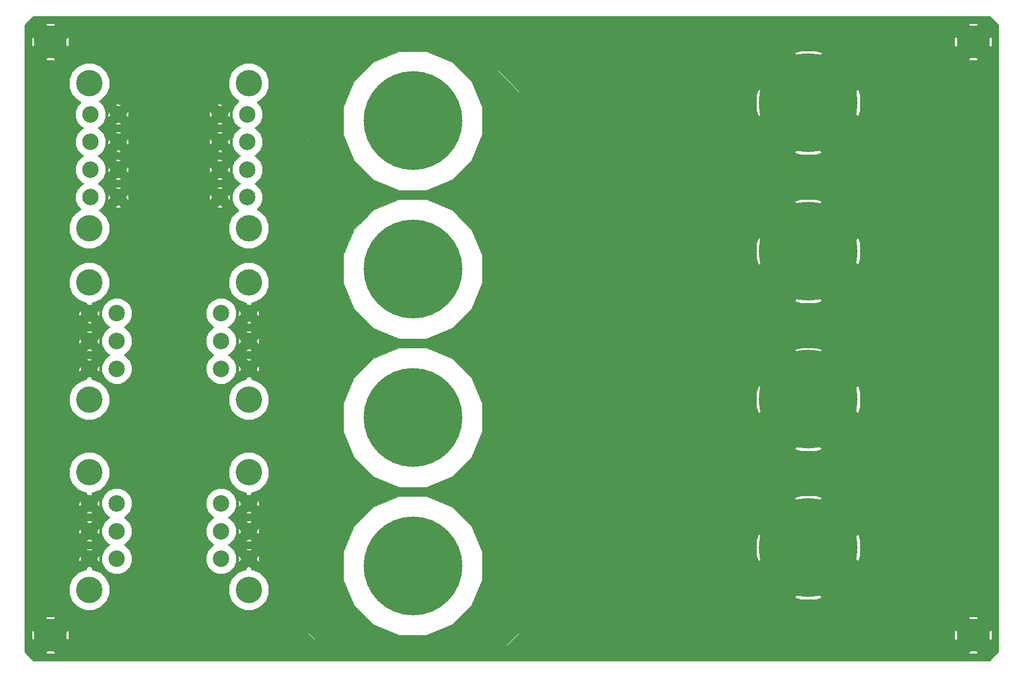
<source format=gbr>
G04 #@! TF.GenerationSoftware,KiCad,Pcbnew,(5.0.1)-3*
G04 #@! TF.CreationDate,2019-04-10T15:36:06+02:00*
G04 #@! TF.ProjectId,discovery,646973636F766572792E6B696361645F,rev?*
G04 #@! TF.SameCoordinates,PX4c4640PY8a48028*
G04 #@! TF.FileFunction,Copper,L2,Bot,Signal*
G04 #@! TF.FilePolarity,Positive*
%FSLAX46Y46*%
G04 Gerber Fmt 4.6, Leading zero omitted, Abs format (unit mm)*
G04 Created by KiCad (PCBNEW (5.0.1)-3) date 10/04/2019 15:36:06*
%MOMM*%
%LPD*%
G01*
G04 APERTURE LIST*
G04 #@! TA.AperFunction,WasherPad*
%ADD10C,4.000000*%
G04 #@! TD*
G04 #@! TA.AperFunction,ComponentPad*
%ADD11C,2.500000*%
G04 #@! TD*
G04 #@! TA.AperFunction,ComponentPad*
%ADD12C,5.000000*%
G04 #@! TD*
G04 #@! TA.AperFunction,ComponentPad*
%ADD13C,15.000000*%
G04 #@! TD*
G04 #@! TA.AperFunction,Conductor*
%ADD14C,0.254000*%
G04 #@! TD*
G04 #@! TA.AperFunction,Conductor*
%ADD15C,0.124000*%
G04 #@! TD*
G04 APERTURE END LIST*
D10*
G04 #@! TO.P,J2,*
G04 #@! TO.N,*
X30101280Y53498440D03*
X30101280Y35698440D03*
D11*
G04 #@! TO.P,J2,1*
G04 #@! TO.N,+12V*
X25901280Y40398440D03*
G04 #@! TO.P,J2,2*
X25901280Y44598440D03*
G04 #@! TO.P,J2,3*
X25901280Y48798440D03*
G04 #@! TO.P,J2,4*
G04 #@! TO.N,GND*
X30101280Y40398440D03*
G04 #@! TO.P,J2,5*
X30101280Y44598440D03*
G04 #@! TO.P,J2,6*
X30101280Y48798440D03*
G04 #@! TD*
G04 #@! TO.P,J4,6*
G04 #@! TO.N,GND*
X5901280Y40398440D03*
G04 #@! TO.P,J4,5*
X5901280Y44598440D03*
G04 #@! TO.P,J4,4*
X5901280Y48798440D03*
G04 #@! TO.P,J4,3*
G04 #@! TO.N,+12V*
X10101280Y40398440D03*
G04 #@! TO.P,J4,2*
X10101280Y44598440D03*
G04 #@! TO.P,J4,1*
X10101280Y48798440D03*
D10*
G04 #@! TO.P,J4,*
G04 #@! TO.N,*
X5901280Y53498440D03*
X5901280Y35698440D03*
G04 #@! TD*
G04 #@! TO.P,J5,*
G04 #@! TO.N,*
X5901280Y6865840D03*
X5901280Y24665840D03*
D11*
G04 #@! TO.P,J5,1*
G04 #@! TO.N,+12V*
X10101280Y19965840D03*
G04 #@! TO.P,J5,2*
X10101280Y15765840D03*
G04 #@! TO.P,J5,3*
X10101280Y11565840D03*
G04 #@! TO.P,J5,4*
G04 #@! TO.N,GND*
X5901280Y19965840D03*
G04 #@! TO.P,J5,5*
X5901280Y15765840D03*
G04 #@! TO.P,J5,6*
X5901280Y11565840D03*
G04 #@! TD*
G04 #@! TO.P,J6,6*
G04 #@! TO.N,GND*
X30101280Y19965840D03*
G04 #@! TO.P,J6,5*
X30101280Y15765840D03*
G04 #@! TO.P,J6,4*
X30101280Y11565840D03*
G04 #@! TO.P,J6,3*
G04 #@! TO.N,+12V*
X25901280Y19965840D03*
G04 #@! TO.P,J6,2*
X25901280Y15765840D03*
G04 #@! TO.P,J6,1*
X25901280Y11565840D03*
D10*
G04 #@! TO.P,J6,*
G04 #@! TO.N,*
X30101280Y6865840D03*
X30101280Y24665840D03*
G04 #@! TD*
D11*
G04 #@! TO.P,J1,8*
G04 #@! TO.N,+12V*
X6101280Y66398440D03*
G04 #@! TO.P,J1,7*
X6101280Y70598440D03*
G04 #@! TO.P,J1,6*
X6101280Y74798440D03*
G04 #@! TO.P,J1,5*
X6101280Y78998440D03*
G04 #@! TO.P,J1,4*
G04 #@! TO.N,GND*
X10301280Y66398440D03*
G04 #@! TO.P,J1,3*
X10301280Y70598440D03*
G04 #@! TO.P,J1,2*
X10301280Y74798440D03*
G04 #@! TO.P,J1,1*
X10301280Y78998440D03*
D10*
G04 #@! TO.P,J1,*
G04 #@! TO.N,*
X5901280Y83698440D03*
X5901280Y61698440D03*
G04 #@! TD*
G04 #@! TO.P,J3,*
G04 #@! TO.N,*
X30101280Y83698440D03*
X30101280Y61698440D03*
D11*
G04 #@! TO.P,J3,1*
G04 #@! TO.N,GND*
X25701280Y66398440D03*
G04 #@! TO.P,J3,2*
X25701280Y70598440D03*
G04 #@! TO.P,J3,3*
X25701280Y74798440D03*
G04 #@! TO.P,J3,4*
X25701280Y78998440D03*
G04 #@! TO.P,J3,5*
G04 #@! TO.N,+12V*
X29901280Y66398440D03*
G04 #@! TO.P,J3,6*
X29901280Y70598440D03*
G04 #@! TO.P,J3,7*
X29901280Y74798440D03*
G04 #@! TO.P,J3,8*
X29901280Y78998440D03*
G04 #@! TD*
D12*
G04 #@! TO.P,W1,1*
G04 #@! TO.N,GND*
X140001280Y-1560D03*
G04 #@! TD*
G04 #@! TO.P,W2,1*
G04 #@! TO.N,GND*
X1280Y89998440D03*
G04 #@! TD*
G04 #@! TO.P,W3,1*
G04 #@! TO.N,GND*
X140001280Y89998440D03*
G04 #@! TD*
G04 #@! TO.P,W4,1*
G04 #@! TO.N,GND*
X1280Y-1560D03*
G04 #@! TD*
D13*
G04 #@! TO.P,W5,1*
G04 #@! TO.N,+12V*
X55001280Y77998440D03*
G04 #@! TD*
G04 #@! TO.P,W6,1*
G04 #@! TO.N,+12V*
X55001280Y55498440D03*
G04 #@! TD*
G04 #@! TO.P,W7,1*
G04 #@! TO.N,+12V*
X55001280Y32998440D03*
G04 #@! TD*
G04 #@! TO.P,W8,1*
G04 #@! TO.N,+12V*
X55001280Y10498440D03*
G04 #@! TD*
G04 #@! TO.P,W9,1*
G04 #@! TO.N,GND*
X115001280Y80748440D03*
G04 #@! TD*
G04 #@! TO.P,W10,1*
G04 #@! TO.N,GND*
X115001280Y58248440D03*
G04 #@! TD*
G04 #@! TO.P,W11,1*
G04 #@! TO.N,GND*
X115001280Y13248440D03*
G04 #@! TD*
G04 #@! TO.P,W12,1*
G04 #@! TO.N,GND*
X115001280Y35748440D03*
G04 #@! TD*
D14*
G04 #@! TO.N,GND*
G36*
X143799280Y92500555D02*
X143799281Y-2503674D01*
X142503396Y-3799560D01*
X-2500835Y-3799560D01*
X-3609414Y-2690981D01*
X-920374Y-2690981D01*
X-550566Y-2887738D01*
X553126Y-2887738D01*
X922934Y-2690981D01*
X139079626Y-2690981D01*
X139449434Y-2887738D01*
X140553126Y-2887738D01*
X140922934Y-2690981D01*
X140001280Y-1769327D01*
X139079626Y-2690981D01*
X922934Y-2690981D01*
X1280Y-1769327D01*
X-920374Y-2690981D01*
X-3609414Y-2690981D01*
X-3796720Y-2503676D01*
X-3796720Y550286D01*
X-2884898Y550286D01*
X-2884898Y-553406D01*
X-2688141Y-923214D01*
X-1766487Y-1560D01*
X1769047Y-1560D01*
X2690701Y-923214D01*
X2887458Y-553406D01*
X2887458Y550286D01*
X2690701Y920094D01*
X1769047Y-1560D01*
X-1766487Y-1560D01*
X-2688141Y920094D01*
X-2884898Y550286D01*
X-3796720Y550286D01*
X-3796720Y2687861D01*
X-920374Y2687861D01*
X1280Y1766207D01*
X922934Y2687861D01*
X553126Y2884618D01*
X-550566Y2884618D01*
X-920374Y2687861D01*
X-3796720Y2687861D01*
X-3796720Y7487839D01*
X2774280Y7487839D01*
X2774280Y6243841D01*
X3250337Y5094537D01*
X4129977Y4214897D01*
X5279281Y3738840D01*
X6523279Y3738840D01*
X7672583Y4214897D01*
X8552223Y5094537D01*
X9028280Y6243841D01*
X9028280Y7487839D01*
X26974280Y7487839D01*
X26974280Y6243841D01*
X27450337Y5094537D01*
X28329977Y4214897D01*
X29479281Y3738840D01*
X30723279Y3738840D01*
X31872583Y4214897D01*
X32752223Y5094537D01*
X33228280Y6243841D01*
X33228280Y7487839D01*
X32752223Y8637143D01*
X31872583Y9516783D01*
X30723279Y9992840D01*
X30549094Y9992840D01*
X30676561Y10106676D01*
X30101280Y10681957D01*
X29525999Y10106676D01*
X29653466Y9992840D01*
X29479281Y9992840D01*
X28329977Y9516783D01*
X27450337Y8637143D01*
X26974280Y7487839D01*
X9028280Y7487839D01*
X8552223Y8637143D01*
X7672583Y9516783D01*
X6523279Y9992840D01*
X6349094Y9992840D01*
X6476561Y10106676D01*
X5901280Y10681957D01*
X5325999Y10106676D01*
X5453466Y9992840D01*
X5279281Y9992840D01*
X4129977Y9516783D01*
X3250337Y8637143D01*
X2774280Y7487839D01*
X-3796720Y7487839D01*
X-3796720Y11318114D01*
X4255851Y11318114D01*
X4286301Y11165031D01*
X4442116Y10990559D01*
X5017397Y11565840D01*
X6785163Y11565840D01*
X7360444Y10990559D01*
X7516259Y11165031D01*
X7546709Y11813566D01*
X7516259Y11966649D01*
X7360444Y12141121D01*
X6785163Y11565840D01*
X5017397Y11565840D01*
X4442116Y12141121D01*
X4286301Y11966649D01*
X4255851Y11318114D01*
X-3796720Y11318114D01*
X-3796720Y13025004D01*
X5325999Y13025004D01*
X5901280Y12449723D01*
X6476561Y13025004D01*
X6302089Y13180819D01*
X5653554Y13211269D01*
X5500471Y13180819D01*
X5325999Y13025004D01*
X-3796720Y13025004D01*
X-3796720Y14306676D01*
X5325999Y14306676D01*
X5500471Y14150861D01*
X6149006Y14120411D01*
X6302089Y14150861D01*
X6476561Y14306676D01*
X5901280Y14881957D01*
X5325999Y14306676D01*
X-3796720Y14306676D01*
X-3796720Y15518114D01*
X4255851Y15518114D01*
X4286301Y15365031D01*
X4442116Y15190559D01*
X5017397Y15765840D01*
X6785163Y15765840D01*
X7360444Y15190559D01*
X7516259Y15365031D01*
X7546709Y16013566D01*
X7516259Y16166649D01*
X7360444Y16341121D01*
X6785163Y15765840D01*
X5017397Y15765840D01*
X4442116Y16341121D01*
X4286301Y16166649D01*
X4255851Y15518114D01*
X-3796720Y15518114D01*
X-3796720Y17225004D01*
X5325999Y17225004D01*
X5901280Y16649723D01*
X6476561Y17225004D01*
X6302089Y17380819D01*
X5653554Y17411269D01*
X5500471Y17380819D01*
X5325999Y17225004D01*
X-3796720Y17225004D01*
X-3796720Y18506676D01*
X5325999Y18506676D01*
X5500471Y18350861D01*
X6149006Y18320411D01*
X6302089Y18350861D01*
X6476561Y18506676D01*
X5901280Y19081957D01*
X5325999Y18506676D01*
X-3796720Y18506676D01*
X-3796720Y19718114D01*
X4255851Y19718114D01*
X4286301Y19565031D01*
X4442116Y19390559D01*
X5017397Y19965840D01*
X6785163Y19965840D01*
X7360444Y19390559D01*
X7516259Y19565031D01*
X7546709Y20213566D01*
X7516259Y20366649D01*
X7451953Y20438655D01*
X7724280Y20438655D01*
X7724280Y19493025D01*
X8086157Y18619378D01*
X8754818Y17950717D01*
X8959729Y17865840D01*
X8754818Y17780963D01*
X8086157Y17112302D01*
X7724280Y16238655D01*
X7724280Y15293025D01*
X8086157Y14419378D01*
X8754818Y13750717D01*
X8959729Y13665840D01*
X8754818Y13580963D01*
X8086157Y12912302D01*
X7724280Y12038655D01*
X7724280Y11093025D01*
X8086157Y10219378D01*
X8754818Y9550717D01*
X9628465Y9188840D01*
X10574095Y9188840D01*
X11447742Y9550717D01*
X12116403Y10219378D01*
X12478280Y11093025D01*
X12478280Y12038655D01*
X12116403Y12912302D01*
X11447742Y13580963D01*
X11242831Y13665840D01*
X11447742Y13750717D01*
X12116403Y14419378D01*
X12478280Y15293025D01*
X12478280Y16238655D01*
X12116403Y17112302D01*
X11447742Y17780963D01*
X11242831Y17865840D01*
X11447742Y17950717D01*
X12116403Y18619378D01*
X12478280Y19493025D01*
X12478280Y20438655D01*
X23524280Y20438655D01*
X23524280Y19493025D01*
X23886157Y18619378D01*
X24554818Y17950717D01*
X24759729Y17865840D01*
X24554818Y17780963D01*
X23886157Y17112302D01*
X23524280Y16238655D01*
X23524280Y15293025D01*
X23886157Y14419378D01*
X24554818Y13750717D01*
X24759729Y13665840D01*
X24554818Y13580963D01*
X23886157Y12912302D01*
X23524280Y12038655D01*
X23524280Y11093025D01*
X23886157Y10219378D01*
X24554818Y9550717D01*
X25428465Y9188840D01*
X26374095Y9188840D01*
X27247742Y9550717D01*
X27916403Y10219378D01*
X28278280Y11093025D01*
X28278280Y11318114D01*
X28455851Y11318114D01*
X28486301Y11165031D01*
X28642116Y10990559D01*
X29217397Y11565840D01*
X30985163Y11565840D01*
X31560444Y10990559D01*
X31716259Y11165031D01*
X31746709Y11813566D01*
X31716259Y11966649D01*
X31560444Y12141121D01*
X30985163Y11565840D01*
X29217397Y11565840D01*
X28642116Y12141121D01*
X28486301Y11966649D01*
X28455851Y11318114D01*
X28278280Y11318114D01*
X28278280Y12038655D01*
X27916403Y12912302D01*
X27803701Y13025004D01*
X29525999Y13025004D01*
X30101280Y12449723D01*
X30676561Y13025004D01*
X30502089Y13180819D01*
X29853554Y13211269D01*
X29700471Y13180819D01*
X29525999Y13025004D01*
X27803701Y13025004D01*
X27247742Y13580963D01*
X27042831Y13665840D01*
X27247742Y13750717D01*
X27803701Y14306676D01*
X29525999Y14306676D01*
X29700471Y14150861D01*
X30349006Y14120411D01*
X30502089Y14150861D01*
X30676561Y14306676D01*
X30101280Y14881957D01*
X29525999Y14306676D01*
X27803701Y14306676D01*
X27916403Y14419378D01*
X28278280Y15293025D01*
X28278280Y15518114D01*
X28455851Y15518114D01*
X28486301Y15365031D01*
X28642116Y15190559D01*
X29217397Y15765840D01*
X30985163Y15765840D01*
X31560444Y15190559D01*
X31716259Y15365031D01*
X31746709Y16013566D01*
X31716259Y16166649D01*
X31560444Y16341121D01*
X30985163Y15765840D01*
X29217397Y15765840D01*
X28642116Y16341121D01*
X28486301Y16166649D01*
X28455851Y15518114D01*
X28278280Y15518114D01*
X28278280Y16238655D01*
X27916403Y17112302D01*
X27803701Y17225004D01*
X29525999Y17225004D01*
X30101280Y16649723D01*
X30676561Y17225004D01*
X30502089Y17380819D01*
X29853554Y17411269D01*
X29700471Y17380819D01*
X29525999Y17225004D01*
X27803701Y17225004D01*
X27247742Y17780963D01*
X27042831Y17865840D01*
X27247742Y17950717D01*
X27803701Y18506676D01*
X29525999Y18506676D01*
X29700471Y18350861D01*
X30349006Y18320411D01*
X30502089Y18350861D01*
X30676561Y18506676D01*
X30101280Y19081957D01*
X29525999Y18506676D01*
X27803701Y18506676D01*
X27916403Y18619378D01*
X28278280Y19493025D01*
X28278280Y19718114D01*
X28455851Y19718114D01*
X28486301Y19565031D01*
X28642116Y19390559D01*
X29217397Y19965840D01*
X30985163Y19965840D01*
X31560444Y19390559D01*
X31716259Y19565031D01*
X31746709Y20213566D01*
X31716259Y20366649D01*
X31560444Y20541121D01*
X30985163Y19965840D01*
X29217397Y19965840D01*
X28642116Y20541121D01*
X28486301Y20366649D01*
X28455851Y19718114D01*
X28278280Y19718114D01*
X28278280Y20438655D01*
X27916403Y21312302D01*
X27247742Y21980963D01*
X26374095Y22342840D01*
X25428465Y22342840D01*
X24554818Y21980963D01*
X23886157Y21312302D01*
X23524280Y20438655D01*
X12478280Y20438655D01*
X12116403Y21312302D01*
X11447742Y21980963D01*
X10574095Y22342840D01*
X9628465Y22342840D01*
X8754818Y21980963D01*
X8086157Y21312302D01*
X7724280Y20438655D01*
X7451953Y20438655D01*
X7360444Y20541121D01*
X6785163Y19965840D01*
X5017397Y19965840D01*
X4442116Y20541121D01*
X4286301Y20366649D01*
X4255851Y19718114D01*
X-3796720Y19718114D01*
X-3796720Y25287839D01*
X2774280Y25287839D01*
X2774280Y24043841D01*
X3250337Y22894537D01*
X4129977Y22014897D01*
X5279281Y21538840D01*
X5453466Y21538840D01*
X5325999Y21425004D01*
X5901280Y20849723D01*
X6476561Y21425004D01*
X6349094Y21538840D01*
X6523279Y21538840D01*
X7672583Y22014897D01*
X8552223Y22894537D01*
X9028280Y24043841D01*
X9028280Y25287839D01*
X26974280Y25287839D01*
X26974280Y24043841D01*
X27450337Y22894537D01*
X28329977Y22014897D01*
X29479281Y21538840D01*
X29653466Y21538840D01*
X29525999Y21425004D01*
X30101280Y20849723D01*
X30676561Y21425004D01*
X30549094Y21538840D01*
X30723279Y21538840D01*
X31872583Y22014897D01*
X32752223Y22894537D01*
X33228280Y24043841D01*
X33228280Y25287839D01*
X32752223Y26437143D01*
X31872583Y27316783D01*
X30723279Y27792840D01*
X29479281Y27792840D01*
X28329977Y27316783D01*
X27450337Y26437143D01*
X26974280Y25287839D01*
X9028280Y25287839D01*
X8552223Y26437143D01*
X7672583Y27316783D01*
X6523279Y27792840D01*
X5279281Y27792840D01*
X4129977Y27316783D01*
X3250337Y26437143D01*
X2774280Y25287839D01*
X-3796720Y25287839D01*
X-3796720Y36320439D01*
X2774280Y36320439D01*
X2774280Y35076441D01*
X3250337Y33927137D01*
X4129977Y33047497D01*
X5279281Y32571440D01*
X6523279Y32571440D01*
X7672583Y33047497D01*
X8552223Y33927137D01*
X9028280Y35076441D01*
X9028280Y36320439D01*
X26974280Y36320439D01*
X26974280Y35076441D01*
X27450337Y33927137D01*
X28329977Y33047497D01*
X29479281Y32571440D01*
X30723279Y32571440D01*
X31872583Y33047497D01*
X32752223Y33927137D01*
X33228280Y35076441D01*
X33228280Y36320439D01*
X32752223Y37469743D01*
X31872583Y38349383D01*
X30723279Y38825440D01*
X30549094Y38825440D01*
X30676561Y38939276D01*
X30101280Y39514557D01*
X29525999Y38939276D01*
X29653466Y38825440D01*
X29479281Y38825440D01*
X28329977Y38349383D01*
X27450337Y37469743D01*
X26974280Y36320439D01*
X9028280Y36320439D01*
X8552223Y37469743D01*
X7672583Y38349383D01*
X6523279Y38825440D01*
X6349094Y38825440D01*
X6476561Y38939276D01*
X5901280Y39514557D01*
X5325999Y38939276D01*
X5453466Y38825440D01*
X5279281Y38825440D01*
X4129977Y38349383D01*
X3250337Y37469743D01*
X2774280Y36320439D01*
X-3796720Y36320439D01*
X-3796720Y40150714D01*
X4255851Y40150714D01*
X4286301Y39997631D01*
X4442116Y39823159D01*
X5017397Y40398440D01*
X6785163Y40398440D01*
X7360444Y39823159D01*
X7516259Y39997631D01*
X7546709Y40646166D01*
X7516259Y40799249D01*
X7360444Y40973721D01*
X6785163Y40398440D01*
X5017397Y40398440D01*
X4442116Y40973721D01*
X4286301Y40799249D01*
X4255851Y40150714D01*
X-3796720Y40150714D01*
X-3796720Y41857604D01*
X5325999Y41857604D01*
X5901280Y41282323D01*
X6476561Y41857604D01*
X6302089Y42013419D01*
X5653554Y42043869D01*
X5500471Y42013419D01*
X5325999Y41857604D01*
X-3796720Y41857604D01*
X-3796720Y43139276D01*
X5325999Y43139276D01*
X5500471Y42983461D01*
X6149006Y42953011D01*
X6302089Y42983461D01*
X6476561Y43139276D01*
X5901280Y43714557D01*
X5325999Y43139276D01*
X-3796720Y43139276D01*
X-3796720Y44350714D01*
X4255851Y44350714D01*
X4286301Y44197631D01*
X4442116Y44023159D01*
X5017397Y44598440D01*
X6785163Y44598440D01*
X7360444Y44023159D01*
X7516259Y44197631D01*
X7546709Y44846166D01*
X7516259Y44999249D01*
X7360444Y45173721D01*
X6785163Y44598440D01*
X5017397Y44598440D01*
X4442116Y45173721D01*
X4286301Y44999249D01*
X4255851Y44350714D01*
X-3796720Y44350714D01*
X-3796720Y46057604D01*
X5325999Y46057604D01*
X5901280Y45482323D01*
X6476561Y46057604D01*
X6302089Y46213419D01*
X5653554Y46243869D01*
X5500471Y46213419D01*
X5325999Y46057604D01*
X-3796720Y46057604D01*
X-3796720Y47339276D01*
X5325999Y47339276D01*
X5500471Y47183461D01*
X6149006Y47153011D01*
X6302089Y47183461D01*
X6476561Y47339276D01*
X5901280Y47914557D01*
X5325999Y47339276D01*
X-3796720Y47339276D01*
X-3796720Y48550714D01*
X4255851Y48550714D01*
X4286301Y48397631D01*
X4442116Y48223159D01*
X5017397Y48798440D01*
X6785163Y48798440D01*
X7360444Y48223159D01*
X7516259Y48397631D01*
X7546709Y49046166D01*
X7516259Y49199249D01*
X7451953Y49271255D01*
X7724280Y49271255D01*
X7724280Y48325625D01*
X8086157Y47451978D01*
X8754818Y46783317D01*
X8959729Y46698440D01*
X8754818Y46613563D01*
X8086157Y45944902D01*
X7724280Y45071255D01*
X7724280Y44125625D01*
X8086157Y43251978D01*
X8754818Y42583317D01*
X8959729Y42498440D01*
X8754818Y42413563D01*
X8086157Y41744902D01*
X7724280Y40871255D01*
X7724280Y39925625D01*
X8086157Y39051978D01*
X8754818Y38383317D01*
X9628465Y38021440D01*
X10574095Y38021440D01*
X11447742Y38383317D01*
X12116403Y39051978D01*
X12478280Y39925625D01*
X12478280Y40871255D01*
X12116403Y41744902D01*
X11447742Y42413563D01*
X11242831Y42498440D01*
X11447742Y42583317D01*
X12116403Y43251978D01*
X12478280Y44125625D01*
X12478280Y45071255D01*
X12116403Y45944902D01*
X11447742Y46613563D01*
X11242831Y46698440D01*
X11447742Y46783317D01*
X12116403Y47451978D01*
X12478280Y48325625D01*
X12478280Y49271255D01*
X23524280Y49271255D01*
X23524280Y48325625D01*
X23886157Y47451978D01*
X24554818Y46783317D01*
X24759729Y46698440D01*
X24554818Y46613563D01*
X23886157Y45944902D01*
X23524280Y45071255D01*
X23524280Y44125625D01*
X23886157Y43251978D01*
X24554818Y42583317D01*
X24759729Y42498440D01*
X24554818Y42413563D01*
X23886157Y41744902D01*
X23524280Y40871255D01*
X23524280Y39925625D01*
X23886157Y39051978D01*
X24554818Y38383317D01*
X25428465Y38021440D01*
X26374095Y38021440D01*
X27247742Y38383317D01*
X27916403Y39051978D01*
X28278280Y39925625D01*
X28278280Y40150714D01*
X28455851Y40150714D01*
X28486301Y39997631D01*
X28642116Y39823159D01*
X29217397Y40398440D01*
X30985163Y40398440D01*
X31560444Y39823159D01*
X31716259Y39997631D01*
X31746709Y40646166D01*
X31716259Y40799249D01*
X31560444Y40973721D01*
X30985163Y40398440D01*
X29217397Y40398440D01*
X28642116Y40973721D01*
X28486301Y40799249D01*
X28455851Y40150714D01*
X28278280Y40150714D01*
X28278280Y40871255D01*
X27916403Y41744902D01*
X27803701Y41857604D01*
X29525999Y41857604D01*
X30101280Y41282323D01*
X30676561Y41857604D01*
X30502089Y42013419D01*
X29853554Y42043869D01*
X29700471Y42013419D01*
X29525999Y41857604D01*
X27803701Y41857604D01*
X27247742Y42413563D01*
X27042831Y42498440D01*
X27247742Y42583317D01*
X27803701Y43139276D01*
X29525999Y43139276D01*
X29700471Y42983461D01*
X30349006Y42953011D01*
X30502089Y42983461D01*
X30676561Y43139276D01*
X30101280Y43714557D01*
X29525999Y43139276D01*
X27803701Y43139276D01*
X27916403Y43251978D01*
X28278280Y44125625D01*
X28278280Y44350714D01*
X28455851Y44350714D01*
X28486301Y44197631D01*
X28642116Y44023159D01*
X29217397Y44598440D01*
X30985163Y44598440D01*
X31560444Y44023159D01*
X31716259Y44197631D01*
X31746709Y44846166D01*
X31716259Y44999249D01*
X31560444Y45173721D01*
X30985163Y44598440D01*
X29217397Y44598440D01*
X28642116Y45173721D01*
X28486301Y44999249D01*
X28455851Y44350714D01*
X28278280Y44350714D01*
X28278280Y45071255D01*
X27916403Y45944902D01*
X27803701Y46057604D01*
X29525999Y46057604D01*
X30101280Y45482323D01*
X30676561Y46057604D01*
X30502089Y46213419D01*
X29853554Y46243869D01*
X29700471Y46213419D01*
X29525999Y46057604D01*
X27803701Y46057604D01*
X27247742Y46613563D01*
X27042831Y46698440D01*
X27247742Y46783317D01*
X27803701Y47339276D01*
X29525999Y47339276D01*
X29700471Y47183461D01*
X30349006Y47153011D01*
X30502089Y47183461D01*
X30676561Y47339276D01*
X30101280Y47914557D01*
X29525999Y47339276D01*
X27803701Y47339276D01*
X27916403Y47451978D01*
X28278280Y48325625D01*
X28278280Y48550714D01*
X28455851Y48550714D01*
X28486301Y48397631D01*
X28642116Y48223159D01*
X29217397Y48798440D01*
X30985163Y48798440D01*
X31560444Y48223159D01*
X31716259Y48397631D01*
X31746709Y49046166D01*
X31716259Y49199249D01*
X31560444Y49373721D01*
X30985163Y48798440D01*
X29217397Y48798440D01*
X28642116Y49373721D01*
X28486301Y49199249D01*
X28455851Y48550714D01*
X28278280Y48550714D01*
X28278280Y49271255D01*
X27916403Y50144902D01*
X27247742Y50813563D01*
X26374095Y51175440D01*
X25428465Y51175440D01*
X24554818Y50813563D01*
X23886157Y50144902D01*
X23524280Y49271255D01*
X12478280Y49271255D01*
X12116403Y50144902D01*
X11447742Y50813563D01*
X10574095Y51175440D01*
X9628465Y51175440D01*
X8754818Y50813563D01*
X8086157Y50144902D01*
X7724280Y49271255D01*
X7451953Y49271255D01*
X7360444Y49373721D01*
X6785163Y48798440D01*
X5017397Y48798440D01*
X4442116Y49373721D01*
X4286301Y49199249D01*
X4255851Y48550714D01*
X-3796720Y48550714D01*
X-3796720Y54120439D01*
X2774280Y54120439D01*
X2774280Y52876441D01*
X3250337Y51727137D01*
X4129977Y50847497D01*
X5279281Y50371440D01*
X5453466Y50371440D01*
X5325999Y50257604D01*
X5901280Y49682323D01*
X6476561Y50257604D01*
X6349094Y50371440D01*
X6523279Y50371440D01*
X7672583Y50847497D01*
X8552223Y51727137D01*
X9028280Y52876441D01*
X9028280Y54120439D01*
X26974280Y54120439D01*
X26974280Y52876441D01*
X27450337Y51727137D01*
X28329977Y50847497D01*
X29479281Y50371440D01*
X29653466Y50371440D01*
X29525999Y50257604D01*
X30101280Y49682323D01*
X30676561Y50257604D01*
X30549094Y50371440D01*
X30723279Y50371440D01*
X31872583Y50847497D01*
X32752223Y51727137D01*
X33228280Y52876441D01*
X33228280Y54120439D01*
X32752223Y55269743D01*
X31872583Y56149383D01*
X30723279Y56625440D01*
X29479281Y56625440D01*
X28329977Y56149383D01*
X27450337Y55269743D01*
X26974280Y54120439D01*
X9028280Y54120439D01*
X8552223Y55269743D01*
X7672583Y56149383D01*
X6523279Y56625440D01*
X5279281Y56625440D01*
X4129977Y56149383D01*
X3250337Y55269743D01*
X2774280Y54120439D01*
X-3796720Y54120439D01*
X-3796720Y84320439D01*
X2774280Y84320439D01*
X2774280Y83076441D01*
X3250337Y81927137D01*
X4129977Y81047497D01*
X4595801Y80854546D01*
X4086157Y80344902D01*
X3724280Y79471255D01*
X3724280Y78525625D01*
X4086157Y77651978D01*
X4754818Y76983317D01*
X4959729Y76898440D01*
X4754818Y76813563D01*
X4086157Y76144902D01*
X3724280Y75271255D01*
X3724280Y74325625D01*
X4086157Y73451978D01*
X4754818Y72783317D01*
X4959729Y72698440D01*
X4754818Y72613563D01*
X4086157Y71944902D01*
X3724280Y71071255D01*
X3724280Y70125625D01*
X4086157Y69251978D01*
X4754818Y68583317D01*
X4959729Y68498440D01*
X4754818Y68413563D01*
X4086157Y67744902D01*
X3724280Y66871255D01*
X3724280Y65925625D01*
X4086157Y65051978D01*
X4595801Y64542334D01*
X4129977Y64349383D01*
X3250337Y63469743D01*
X2774280Y62320439D01*
X2774280Y61076441D01*
X3250337Y59927137D01*
X4129977Y59047497D01*
X5279281Y58571440D01*
X6523279Y58571440D01*
X7672583Y59047497D01*
X8552223Y59927137D01*
X9028280Y61076441D01*
X9028280Y62320439D01*
X8552223Y63469743D01*
X7672583Y64349383D01*
X7489601Y64425176D01*
X8003701Y64939276D01*
X9725999Y64939276D01*
X9900471Y64783461D01*
X10549006Y64753011D01*
X10702089Y64783461D01*
X10876561Y64939276D01*
X25125999Y64939276D01*
X25300471Y64783461D01*
X25949006Y64753011D01*
X26102089Y64783461D01*
X26276561Y64939276D01*
X25701280Y65514557D01*
X25125999Y64939276D01*
X10876561Y64939276D01*
X10301280Y65514557D01*
X9725999Y64939276D01*
X8003701Y64939276D01*
X8116403Y65051978D01*
X8478280Y65925625D01*
X8478280Y66150714D01*
X8655851Y66150714D01*
X8686301Y65997631D01*
X8842116Y65823159D01*
X9417397Y66398440D01*
X11185163Y66398440D01*
X11760444Y65823159D01*
X11916259Y65997631D01*
X11923446Y66150714D01*
X24055851Y66150714D01*
X24086301Y65997631D01*
X24242116Y65823159D01*
X24817397Y66398440D01*
X26585163Y66398440D01*
X27160444Y65823159D01*
X27316259Y65997631D01*
X27346709Y66646166D01*
X27316259Y66799249D01*
X27160444Y66973721D01*
X26585163Y66398440D01*
X24817397Y66398440D01*
X24242116Y66973721D01*
X24086301Y66799249D01*
X24055851Y66150714D01*
X11923446Y66150714D01*
X11946709Y66646166D01*
X11916259Y66799249D01*
X11760444Y66973721D01*
X11185163Y66398440D01*
X9417397Y66398440D01*
X8842116Y66973721D01*
X8686301Y66799249D01*
X8655851Y66150714D01*
X8478280Y66150714D01*
X8478280Y66871255D01*
X8116403Y67744902D01*
X8003701Y67857604D01*
X9725999Y67857604D01*
X10301280Y67282323D01*
X10876561Y67857604D01*
X25125999Y67857604D01*
X25701280Y67282323D01*
X26276561Y67857604D01*
X26102089Y68013419D01*
X25453554Y68043869D01*
X25300471Y68013419D01*
X25125999Y67857604D01*
X10876561Y67857604D01*
X10702089Y68013419D01*
X10053554Y68043869D01*
X9900471Y68013419D01*
X9725999Y67857604D01*
X8003701Y67857604D01*
X7447742Y68413563D01*
X7242831Y68498440D01*
X7447742Y68583317D01*
X8003701Y69139276D01*
X9725999Y69139276D01*
X9900471Y68983461D01*
X10549006Y68953011D01*
X10702089Y68983461D01*
X10876561Y69139276D01*
X25125999Y69139276D01*
X25300471Y68983461D01*
X25949006Y68953011D01*
X26102089Y68983461D01*
X26276561Y69139276D01*
X25701280Y69714557D01*
X25125999Y69139276D01*
X10876561Y69139276D01*
X10301280Y69714557D01*
X9725999Y69139276D01*
X8003701Y69139276D01*
X8116403Y69251978D01*
X8478280Y70125625D01*
X8478280Y70350714D01*
X8655851Y70350714D01*
X8686301Y70197631D01*
X8842116Y70023159D01*
X9417397Y70598440D01*
X11185163Y70598440D01*
X11760444Y70023159D01*
X11916259Y70197631D01*
X11923446Y70350714D01*
X24055851Y70350714D01*
X24086301Y70197631D01*
X24242116Y70023159D01*
X24817397Y70598440D01*
X26585163Y70598440D01*
X27160444Y70023159D01*
X27316259Y70197631D01*
X27346709Y70846166D01*
X27316259Y70999249D01*
X27160444Y71173721D01*
X26585163Y70598440D01*
X24817397Y70598440D01*
X24242116Y71173721D01*
X24086301Y70999249D01*
X24055851Y70350714D01*
X11923446Y70350714D01*
X11946709Y70846166D01*
X11916259Y70999249D01*
X11760444Y71173721D01*
X11185163Y70598440D01*
X9417397Y70598440D01*
X8842116Y71173721D01*
X8686301Y70999249D01*
X8655851Y70350714D01*
X8478280Y70350714D01*
X8478280Y71071255D01*
X8116403Y71944902D01*
X8003701Y72057604D01*
X9725999Y72057604D01*
X10301280Y71482323D01*
X10876561Y72057604D01*
X25125999Y72057604D01*
X25701280Y71482323D01*
X26276561Y72057604D01*
X26102089Y72213419D01*
X25453554Y72243869D01*
X25300471Y72213419D01*
X25125999Y72057604D01*
X10876561Y72057604D01*
X10702089Y72213419D01*
X10053554Y72243869D01*
X9900471Y72213419D01*
X9725999Y72057604D01*
X8003701Y72057604D01*
X7447742Y72613563D01*
X7242831Y72698440D01*
X7447742Y72783317D01*
X8003701Y73339276D01*
X9725999Y73339276D01*
X9900471Y73183461D01*
X10549006Y73153011D01*
X10702089Y73183461D01*
X10876561Y73339276D01*
X25125999Y73339276D01*
X25300471Y73183461D01*
X25949006Y73153011D01*
X26102089Y73183461D01*
X26276561Y73339276D01*
X25701280Y73914557D01*
X25125999Y73339276D01*
X10876561Y73339276D01*
X10301280Y73914557D01*
X9725999Y73339276D01*
X8003701Y73339276D01*
X8116403Y73451978D01*
X8478280Y74325625D01*
X8478280Y74550714D01*
X8655851Y74550714D01*
X8686301Y74397631D01*
X8842116Y74223159D01*
X9417397Y74798440D01*
X11185163Y74798440D01*
X11760444Y74223159D01*
X11916259Y74397631D01*
X11923446Y74550714D01*
X24055851Y74550714D01*
X24086301Y74397631D01*
X24242116Y74223159D01*
X24817397Y74798440D01*
X26585163Y74798440D01*
X27160444Y74223159D01*
X27316259Y74397631D01*
X27346709Y75046166D01*
X27316259Y75199249D01*
X27160444Y75373721D01*
X26585163Y74798440D01*
X24817397Y74798440D01*
X24242116Y75373721D01*
X24086301Y75199249D01*
X24055851Y74550714D01*
X11923446Y74550714D01*
X11946709Y75046166D01*
X11916259Y75199249D01*
X11760444Y75373721D01*
X11185163Y74798440D01*
X9417397Y74798440D01*
X8842116Y75373721D01*
X8686301Y75199249D01*
X8655851Y74550714D01*
X8478280Y74550714D01*
X8478280Y75271255D01*
X8116403Y76144902D01*
X8003701Y76257604D01*
X9725999Y76257604D01*
X10301280Y75682323D01*
X10876561Y76257604D01*
X25125999Y76257604D01*
X25701280Y75682323D01*
X26276561Y76257604D01*
X26102089Y76413419D01*
X25453554Y76443869D01*
X25300471Y76413419D01*
X25125999Y76257604D01*
X10876561Y76257604D01*
X10702089Y76413419D01*
X10053554Y76443869D01*
X9900471Y76413419D01*
X9725999Y76257604D01*
X8003701Y76257604D01*
X7447742Y76813563D01*
X7242831Y76898440D01*
X7447742Y76983317D01*
X8003701Y77539276D01*
X9725999Y77539276D01*
X9900471Y77383461D01*
X10549006Y77353011D01*
X10702089Y77383461D01*
X10876561Y77539276D01*
X25125999Y77539276D01*
X25300471Y77383461D01*
X25949006Y77353011D01*
X26102089Y77383461D01*
X26276561Y77539276D01*
X25701280Y78114557D01*
X25125999Y77539276D01*
X10876561Y77539276D01*
X10301280Y78114557D01*
X9725999Y77539276D01*
X8003701Y77539276D01*
X8116403Y77651978D01*
X8478280Y78525625D01*
X8478280Y78750714D01*
X8655851Y78750714D01*
X8686301Y78597631D01*
X8842116Y78423159D01*
X9417397Y78998440D01*
X11185163Y78998440D01*
X11760444Y78423159D01*
X11916259Y78597631D01*
X11923446Y78750714D01*
X24055851Y78750714D01*
X24086301Y78597631D01*
X24242116Y78423159D01*
X24817397Y78998440D01*
X26585163Y78998440D01*
X27160444Y78423159D01*
X27316259Y78597631D01*
X27346709Y79246166D01*
X27316259Y79399249D01*
X27160444Y79573721D01*
X26585163Y78998440D01*
X24817397Y78998440D01*
X24242116Y79573721D01*
X24086301Y79399249D01*
X24055851Y78750714D01*
X11923446Y78750714D01*
X11946709Y79246166D01*
X11916259Y79399249D01*
X11760444Y79573721D01*
X11185163Y78998440D01*
X9417397Y78998440D01*
X8842116Y79573721D01*
X8686301Y79399249D01*
X8655851Y78750714D01*
X8478280Y78750714D01*
X8478280Y79471255D01*
X8116403Y80344902D01*
X8003701Y80457604D01*
X9725999Y80457604D01*
X10301280Y79882323D01*
X10876561Y80457604D01*
X25125999Y80457604D01*
X25701280Y79882323D01*
X26276561Y80457604D01*
X26102089Y80613419D01*
X25453554Y80643869D01*
X25300471Y80613419D01*
X25125999Y80457604D01*
X10876561Y80457604D01*
X10702089Y80613419D01*
X10053554Y80643869D01*
X9900471Y80613419D01*
X9725999Y80457604D01*
X8003701Y80457604D01*
X7489601Y80971704D01*
X7672583Y81047497D01*
X8552223Y81927137D01*
X9028280Y83076441D01*
X9028280Y84320439D01*
X26974280Y84320439D01*
X26974280Y83076441D01*
X27450337Y81927137D01*
X28329977Y81047497D01*
X28512959Y80971704D01*
X27886157Y80344902D01*
X27524280Y79471255D01*
X27524280Y78525625D01*
X27886157Y77651978D01*
X28554818Y76983317D01*
X28759729Y76898440D01*
X28554818Y76813563D01*
X27886157Y76144902D01*
X27524280Y75271255D01*
X27524280Y74325625D01*
X27886157Y73451978D01*
X28554818Y72783317D01*
X28759729Y72698440D01*
X28554818Y72613563D01*
X27886157Y71944902D01*
X27524280Y71071255D01*
X27524280Y70125625D01*
X27886157Y69251978D01*
X28554818Y68583317D01*
X28759729Y68498440D01*
X28554818Y68413563D01*
X27886157Y67744902D01*
X27524280Y66871255D01*
X27524280Y65925625D01*
X27886157Y65051978D01*
X28512959Y64425176D01*
X28329977Y64349383D01*
X27450337Y63469743D01*
X26974280Y62320439D01*
X26974280Y61076441D01*
X27450337Y59927137D01*
X28329977Y59047497D01*
X29479281Y58571440D01*
X30723279Y58571440D01*
X31872583Y59047497D01*
X32752223Y59927137D01*
X33228280Y61076441D01*
X33228280Y62320439D01*
X32752223Y63469743D01*
X31872583Y64349383D01*
X31406759Y64542334D01*
X31916403Y65051978D01*
X32278280Y65925625D01*
X32278280Y66871255D01*
X31916403Y67744902D01*
X31247742Y68413563D01*
X31042831Y68498440D01*
X31247742Y68583317D01*
X31916403Y69251978D01*
X32278280Y70125625D01*
X32278280Y71071255D01*
X31916403Y71944902D01*
X31247742Y72613563D01*
X31042831Y72698440D01*
X31247742Y72783317D01*
X31916403Y73451978D01*
X32278280Y74325625D01*
X32278280Y75271255D01*
X31916403Y76144902D01*
X31247742Y76813563D01*
X31042831Y76898440D01*
X31247742Y76983317D01*
X31916403Y77651978D01*
X32278280Y78525625D01*
X32278280Y79471255D01*
X31916403Y80344902D01*
X31406759Y80854546D01*
X31872583Y81047497D01*
X32752223Y81927137D01*
X32939158Y82378440D01*
X38914280Y82378440D01*
X38914280Y75108440D01*
X38923947Y75059839D01*
X38951477Y75018637D01*
X38992679Y74991107D01*
X39034280Y74982832D01*
X39034280Y268440D01*
X39044281Y219042D01*
X39072090Y178029D01*
X41292090Y-2011971D01*
X41332679Y-2038893D01*
X41381280Y-2048560D01*
X68881280Y-2048560D01*
X68929613Y-2039003D01*
X68970878Y-2011567D01*
X71170878Y178433D01*
X71198613Y219839D01*
X71208280Y268440D01*
X71208280Y550286D01*
X137115102Y550286D01*
X137115102Y-553406D01*
X137311859Y-923214D01*
X138233513Y-1560D01*
X141769047Y-1560D01*
X142690701Y-923214D01*
X142887458Y-553406D01*
X142887458Y550286D01*
X142690701Y920094D01*
X141769047Y-1560D01*
X138233513Y-1560D01*
X137311859Y920094D01*
X137115102Y550286D01*
X71208280Y550286D01*
X71208280Y2687861D01*
X139079626Y2687861D01*
X140001280Y1766207D01*
X140922934Y2687861D01*
X140553126Y2884618D01*
X139449434Y2884618D01*
X139079626Y2687861D01*
X71208280Y2687861D01*
X71208280Y5647261D01*
X112703401Y5647261D01*
X113857205Y5293875D01*
X116145355Y5293875D01*
X117299159Y5647261D01*
X115001280Y7945139D01*
X112703401Y5647261D01*
X71208280Y5647261D01*
X71208280Y14392515D01*
X107046715Y14392515D01*
X107046715Y12104365D01*
X107400101Y10950561D01*
X109697979Y13248440D01*
X120304581Y13248440D01*
X122602459Y10950561D01*
X122955845Y12104365D01*
X122955845Y14392515D01*
X122602459Y15546319D01*
X120304581Y13248440D01*
X109697979Y13248440D01*
X107400101Y15546319D01*
X107046715Y14392515D01*
X71208280Y14392515D01*
X71208280Y20849619D01*
X112703401Y20849619D01*
X115001280Y18551741D01*
X117299159Y20849619D01*
X116145355Y21203005D01*
X113857205Y21203005D01*
X112703401Y20849619D01*
X71208280Y20849619D01*
X71208280Y28147261D01*
X112703401Y28147261D01*
X113857205Y27793875D01*
X116145355Y27793875D01*
X117299159Y28147261D01*
X115001280Y30445139D01*
X112703401Y28147261D01*
X71208280Y28147261D01*
X71208280Y36892515D01*
X107046715Y36892515D01*
X107046715Y34604365D01*
X107400101Y33450561D01*
X109697979Y35748440D01*
X120304581Y35748440D01*
X122602459Y33450561D01*
X122955845Y34604365D01*
X122955845Y36892515D01*
X122602459Y38046319D01*
X120304581Y35748440D01*
X109697979Y35748440D01*
X107400101Y38046319D01*
X107046715Y36892515D01*
X71208280Y36892515D01*
X71208280Y43349619D01*
X112703401Y43349619D01*
X115001280Y41051741D01*
X117299159Y43349619D01*
X116145355Y43703005D01*
X113857205Y43703005D01*
X112703401Y43349619D01*
X71208280Y43349619D01*
X71208280Y50647261D01*
X112703401Y50647261D01*
X113857205Y50293875D01*
X116145355Y50293875D01*
X117299159Y50647261D01*
X115001280Y52945139D01*
X112703401Y50647261D01*
X71208280Y50647261D01*
X71208280Y59392515D01*
X107046715Y59392515D01*
X107046715Y57104365D01*
X107400101Y55950561D01*
X109697979Y58248440D01*
X120304581Y58248440D01*
X122602459Y55950561D01*
X122955845Y57104365D01*
X122955845Y59392515D01*
X122602459Y60546319D01*
X120304581Y58248440D01*
X109697979Y58248440D01*
X107400101Y60546319D01*
X107046715Y59392515D01*
X71208280Y59392515D01*
X71208280Y65849619D01*
X112703401Y65849619D01*
X115001280Y63551741D01*
X117299159Y65849619D01*
X116145355Y66203005D01*
X113857205Y66203005D01*
X112703401Y65849619D01*
X71208280Y65849619D01*
X71208280Y73147261D01*
X112703401Y73147261D01*
X113857205Y72793875D01*
X116145355Y72793875D01*
X117299159Y73147261D01*
X115001280Y75445139D01*
X112703401Y73147261D01*
X71208280Y73147261D01*
X71208280Y81892515D01*
X107046715Y81892515D01*
X107046715Y79604365D01*
X107400101Y78450561D01*
X109697979Y80748440D01*
X120304581Y80748440D01*
X122602459Y78450561D01*
X122955845Y79604365D01*
X122955845Y81892515D01*
X122602459Y83046319D01*
X120304581Y80748440D01*
X109697979Y80748440D01*
X107400101Y83046319D01*
X107046715Y81892515D01*
X71208280Y81892515D01*
X71208280Y82408440D01*
X71199266Y82455434D01*
X71172301Y82497007D01*
X65477442Y88349619D01*
X112703401Y88349619D01*
X115001280Y86051741D01*
X116258558Y87309019D01*
X139079626Y87309019D01*
X139449434Y87112262D01*
X140553126Y87112262D01*
X140922934Y87309019D01*
X140001280Y88230673D01*
X139079626Y87309019D01*
X116258558Y87309019D01*
X117299159Y88349619D01*
X116145355Y88703005D01*
X113857205Y88703005D01*
X112703401Y88349619D01*
X65477442Y88349619D01*
X63952301Y89917007D01*
X63909613Y89945883D01*
X63860991Y89955440D01*
X46310991Y89915440D01*
X46261417Y89905242D01*
X46220514Y89877269D01*
X39801018Y83317784D01*
X38951477Y82468243D01*
X38923947Y82427041D01*
X38914280Y82378440D01*
X32939158Y82378440D01*
X33228280Y83076441D01*
X33228280Y84320439D01*
X32752223Y85469743D01*
X31872583Y86349383D01*
X30723279Y86825440D01*
X29479281Y86825440D01*
X28329977Y86349383D01*
X27450337Y85469743D01*
X26974280Y84320439D01*
X9028280Y84320439D01*
X8552223Y85469743D01*
X7672583Y86349383D01*
X6523279Y86825440D01*
X5279281Y86825440D01*
X4129977Y86349383D01*
X3250337Y85469743D01*
X2774280Y84320439D01*
X-3796720Y84320439D01*
X-3796720Y87309019D01*
X-920374Y87309019D01*
X-550566Y87112262D01*
X553126Y87112262D01*
X922934Y87309019D01*
X1280Y88230673D01*
X-920374Y87309019D01*
X-3796720Y87309019D01*
X-3796720Y90550286D01*
X-2884898Y90550286D01*
X-2884898Y89446594D01*
X-2688141Y89076786D01*
X-1766487Y89998440D01*
X1769047Y89998440D01*
X2690701Y89076786D01*
X2887458Y89446594D01*
X2887458Y90550286D01*
X137115102Y90550286D01*
X137115102Y89446594D01*
X137311859Y89076786D01*
X138233513Y89998440D01*
X141769047Y89998440D01*
X142690701Y89076786D01*
X142887458Y89446594D01*
X142887458Y90550286D01*
X142690701Y90920094D01*
X141769047Y89998440D01*
X138233513Y89998440D01*
X137311859Y90920094D01*
X137115102Y90550286D01*
X2887458Y90550286D01*
X2690701Y90920094D01*
X1769047Y89998440D01*
X-1766487Y89998440D01*
X-2688141Y90920094D01*
X-2884898Y90550286D01*
X-3796720Y90550286D01*
X-3796720Y92500556D01*
X-3609415Y92687861D01*
X-920374Y92687861D01*
X1280Y91766207D01*
X922934Y92687861D01*
X139079626Y92687861D01*
X140001280Y91766207D01*
X140922934Y92687861D01*
X140553126Y92884618D01*
X139449434Y92884618D01*
X139079626Y92687861D01*
X922934Y92687861D01*
X553126Y92884618D01*
X-550566Y92884618D01*
X-920374Y92687861D01*
X-3609415Y92687861D01*
X-2500835Y93796440D01*
X142503396Y93796440D01*
X143799280Y92500555D01*
X143799280Y92500555D01*
G37*
X143799280Y92500555D02*
X143799281Y-2503674D01*
X142503396Y-3799560D01*
X-2500835Y-3799560D01*
X-3609414Y-2690981D01*
X-920374Y-2690981D01*
X-550566Y-2887738D01*
X553126Y-2887738D01*
X922934Y-2690981D01*
X139079626Y-2690981D01*
X139449434Y-2887738D01*
X140553126Y-2887738D01*
X140922934Y-2690981D01*
X140001280Y-1769327D01*
X139079626Y-2690981D01*
X922934Y-2690981D01*
X1280Y-1769327D01*
X-920374Y-2690981D01*
X-3609414Y-2690981D01*
X-3796720Y-2503676D01*
X-3796720Y550286D01*
X-2884898Y550286D01*
X-2884898Y-553406D01*
X-2688141Y-923214D01*
X-1766487Y-1560D01*
X1769047Y-1560D01*
X2690701Y-923214D01*
X2887458Y-553406D01*
X2887458Y550286D01*
X2690701Y920094D01*
X1769047Y-1560D01*
X-1766487Y-1560D01*
X-2688141Y920094D01*
X-2884898Y550286D01*
X-3796720Y550286D01*
X-3796720Y2687861D01*
X-920374Y2687861D01*
X1280Y1766207D01*
X922934Y2687861D01*
X553126Y2884618D01*
X-550566Y2884618D01*
X-920374Y2687861D01*
X-3796720Y2687861D01*
X-3796720Y7487839D01*
X2774280Y7487839D01*
X2774280Y6243841D01*
X3250337Y5094537D01*
X4129977Y4214897D01*
X5279281Y3738840D01*
X6523279Y3738840D01*
X7672583Y4214897D01*
X8552223Y5094537D01*
X9028280Y6243841D01*
X9028280Y7487839D01*
X26974280Y7487839D01*
X26974280Y6243841D01*
X27450337Y5094537D01*
X28329977Y4214897D01*
X29479281Y3738840D01*
X30723279Y3738840D01*
X31872583Y4214897D01*
X32752223Y5094537D01*
X33228280Y6243841D01*
X33228280Y7487839D01*
X32752223Y8637143D01*
X31872583Y9516783D01*
X30723279Y9992840D01*
X30549094Y9992840D01*
X30676561Y10106676D01*
X30101280Y10681957D01*
X29525999Y10106676D01*
X29653466Y9992840D01*
X29479281Y9992840D01*
X28329977Y9516783D01*
X27450337Y8637143D01*
X26974280Y7487839D01*
X9028280Y7487839D01*
X8552223Y8637143D01*
X7672583Y9516783D01*
X6523279Y9992840D01*
X6349094Y9992840D01*
X6476561Y10106676D01*
X5901280Y10681957D01*
X5325999Y10106676D01*
X5453466Y9992840D01*
X5279281Y9992840D01*
X4129977Y9516783D01*
X3250337Y8637143D01*
X2774280Y7487839D01*
X-3796720Y7487839D01*
X-3796720Y11318114D01*
X4255851Y11318114D01*
X4286301Y11165031D01*
X4442116Y10990559D01*
X5017397Y11565840D01*
X6785163Y11565840D01*
X7360444Y10990559D01*
X7516259Y11165031D01*
X7546709Y11813566D01*
X7516259Y11966649D01*
X7360444Y12141121D01*
X6785163Y11565840D01*
X5017397Y11565840D01*
X4442116Y12141121D01*
X4286301Y11966649D01*
X4255851Y11318114D01*
X-3796720Y11318114D01*
X-3796720Y13025004D01*
X5325999Y13025004D01*
X5901280Y12449723D01*
X6476561Y13025004D01*
X6302089Y13180819D01*
X5653554Y13211269D01*
X5500471Y13180819D01*
X5325999Y13025004D01*
X-3796720Y13025004D01*
X-3796720Y14306676D01*
X5325999Y14306676D01*
X5500471Y14150861D01*
X6149006Y14120411D01*
X6302089Y14150861D01*
X6476561Y14306676D01*
X5901280Y14881957D01*
X5325999Y14306676D01*
X-3796720Y14306676D01*
X-3796720Y15518114D01*
X4255851Y15518114D01*
X4286301Y15365031D01*
X4442116Y15190559D01*
X5017397Y15765840D01*
X6785163Y15765840D01*
X7360444Y15190559D01*
X7516259Y15365031D01*
X7546709Y16013566D01*
X7516259Y16166649D01*
X7360444Y16341121D01*
X6785163Y15765840D01*
X5017397Y15765840D01*
X4442116Y16341121D01*
X4286301Y16166649D01*
X4255851Y15518114D01*
X-3796720Y15518114D01*
X-3796720Y17225004D01*
X5325999Y17225004D01*
X5901280Y16649723D01*
X6476561Y17225004D01*
X6302089Y17380819D01*
X5653554Y17411269D01*
X5500471Y17380819D01*
X5325999Y17225004D01*
X-3796720Y17225004D01*
X-3796720Y18506676D01*
X5325999Y18506676D01*
X5500471Y18350861D01*
X6149006Y18320411D01*
X6302089Y18350861D01*
X6476561Y18506676D01*
X5901280Y19081957D01*
X5325999Y18506676D01*
X-3796720Y18506676D01*
X-3796720Y19718114D01*
X4255851Y19718114D01*
X4286301Y19565031D01*
X4442116Y19390559D01*
X5017397Y19965840D01*
X6785163Y19965840D01*
X7360444Y19390559D01*
X7516259Y19565031D01*
X7546709Y20213566D01*
X7516259Y20366649D01*
X7451953Y20438655D01*
X7724280Y20438655D01*
X7724280Y19493025D01*
X8086157Y18619378D01*
X8754818Y17950717D01*
X8959729Y17865840D01*
X8754818Y17780963D01*
X8086157Y17112302D01*
X7724280Y16238655D01*
X7724280Y15293025D01*
X8086157Y14419378D01*
X8754818Y13750717D01*
X8959729Y13665840D01*
X8754818Y13580963D01*
X8086157Y12912302D01*
X7724280Y12038655D01*
X7724280Y11093025D01*
X8086157Y10219378D01*
X8754818Y9550717D01*
X9628465Y9188840D01*
X10574095Y9188840D01*
X11447742Y9550717D01*
X12116403Y10219378D01*
X12478280Y11093025D01*
X12478280Y12038655D01*
X12116403Y12912302D01*
X11447742Y13580963D01*
X11242831Y13665840D01*
X11447742Y13750717D01*
X12116403Y14419378D01*
X12478280Y15293025D01*
X12478280Y16238655D01*
X12116403Y17112302D01*
X11447742Y17780963D01*
X11242831Y17865840D01*
X11447742Y17950717D01*
X12116403Y18619378D01*
X12478280Y19493025D01*
X12478280Y20438655D01*
X23524280Y20438655D01*
X23524280Y19493025D01*
X23886157Y18619378D01*
X24554818Y17950717D01*
X24759729Y17865840D01*
X24554818Y17780963D01*
X23886157Y17112302D01*
X23524280Y16238655D01*
X23524280Y15293025D01*
X23886157Y14419378D01*
X24554818Y13750717D01*
X24759729Y13665840D01*
X24554818Y13580963D01*
X23886157Y12912302D01*
X23524280Y12038655D01*
X23524280Y11093025D01*
X23886157Y10219378D01*
X24554818Y9550717D01*
X25428465Y9188840D01*
X26374095Y9188840D01*
X27247742Y9550717D01*
X27916403Y10219378D01*
X28278280Y11093025D01*
X28278280Y11318114D01*
X28455851Y11318114D01*
X28486301Y11165031D01*
X28642116Y10990559D01*
X29217397Y11565840D01*
X30985163Y11565840D01*
X31560444Y10990559D01*
X31716259Y11165031D01*
X31746709Y11813566D01*
X31716259Y11966649D01*
X31560444Y12141121D01*
X30985163Y11565840D01*
X29217397Y11565840D01*
X28642116Y12141121D01*
X28486301Y11966649D01*
X28455851Y11318114D01*
X28278280Y11318114D01*
X28278280Y12038655D01*
X27916403Y12912302D01*
X27803701Y13025004D01*
X29525999Y13025004D01*
X30101280Y12449723D01*
X30676561Y13025004D01*
X30502089Y13180819D01*
X29853554Y13211269D01*
X29700471Y13180819D01*
X29525999Y13025004D01*
X27803701Y13025004D01*
X27247742Y13580963D01*
X27042831Y13665840D01*
X27247742Y13750717D01*
X27803701Y14306676D01*
X29525999Y14306676D01*
X29700471Y14150861D01*
X30349006Y14120411D01*
X30502089Y14150861D01*
X30676561Y14306676D01*
X30101280Y14881957D01*
X29525999Y14306676D01*
X27803701Y14306676D01*
X27916403Y14419378D01*
X28278280Y15293025D01*
X28278280Y15518114D01*
X28455851Y15518114D01*
X28486301Y15365031D01*
X28642116Y15190559D01*
X29217397Y15765840D01*
X30985163Y15765840D01*
X31560444Y15190559D01*
X31716259Y15365031D01*
X31746709Y16013566D01*
X31716259Y16166649D01*
X31560444Y16341121D01*
X30985163Y15765840D01*
X29217397Y15765840D01*
X28642116Y16341121D01*
X28486301Y16166649D01*
X28455851Y15518114D01*
X28278280Y15518114D01*
X28278280Y16238655D01*
X27916403Y17112302D01*
X27803701Y17225004D01*
X29525999Y17225004D01*
X30101280Y16649723D01*
X30676561Y17225004D01*
X30502089Y17380819D01*
X29853554Y17411269D01*
X29700471Y17380819D01*
X29525999Y17225004D01*
X27803701Y17225004D01*
X27247742Y17780963D01*
X27042831Y17865840D01*
X27247742Y17950717D01*
X27803701Y18506676D01*
X29525999Y18506676D01*
X29700471Y18350861D01*
X30349006Y18320411D01*
X30502089Y18350861D01*
X30676561Y18506676D01*
X30101280Y19081957D01*
X29525999Y18506676D01*
X27803701Y18506676D01*
X27916403Y18619378D01*
X28278280Y19493025D01*
X28278280Y19718114D01*
X28455851Y19718114D01*
X28486301Y19565031D01*
X28642116Y19390559D01*
X29217397Y19965840D01*
X30985163Y19965840D01*
X31560444Y19390559D01*
X31716259Y19565031D01*
X31746709Y20213566D01*
X31716259Y20366649D01*
X31560444Y20541121D01*
X30985163Y19965840D01*
X29217397Y19965840D01*
X28642116Y20541121D01*
X28486301Y20366649D01*
X28455851Y19718114D01*
X28278280Y19718114D01*
X28278280Y20438655D01*
X27916403Y21312302D01*
X27247742Y21980963D01*
X26374095Y22342840D01*
X25428465Y22342840D01*
X24554818Y21980963D01*
X23886157Y21312302D01*
X23524280Y20438655D01*
X12478280Y20438655D01*
X12116403Y21312302D01*
X11447742Y21980963D01*
X10574095Y22342840D01*
X9628465Y22342840D01*
X8754818Y21980963D01*
X8086157Y21312302D01*
X7724280Y20438655D01*
X7451953Y20438655D01*
X7360444Y20541121D01*
X6785163Y19965840D01*
X5017397Y19965840D01*
X4442116Y20541121D01*
X4286301Y20366649D01*
X4255851Y19718114D01*
X-3796720Y19718114D01*
X-3796720Y25287839D01*
X2774280Y25287839D01*
X2774280Y24043841D01*
X3250337Y22894537D01*
X4129977Y22014897D01*
X5279281Y21538840D01*
X5453466Y21538840D01*
X5325999Y21425004D01*
X5901280Y20849723D01*
X6476561Y21425004D01*
X6349094Y21538840D01*
X6523279Y21538840D01*
X7672583Y22014897D01*
X8552223Y22894537D01*
X9028280Y24043841D01*
X9028280Y25287839D01*
X26974280Y25287839D01*
X26974280Y24043841D01*
X27450337Y22894537D01*
X28329977Y22014897D01*
X29479281Y21538840D01*
X29653466Y21538840D01*
X29525999Y21425004D01*
X30101280Y20849723D01*
X30676561Y21425004D01*
X30549094Y21538840D01*
X30723279Y21538840D01*
X31872583Y22014897D01*
X32752223Y22894537D01*
X33228280Y24043841D01*
X33228280Y25287839D01*
X32752223Y26437143D01*
X31872583Y27316783D01*
X30723279Y27792840D01*
X29479281Y27792840D01*
X28329977Y27316783D01*
X27450337Y26437143D01*
X26974280Y25287839D01*
X9028280Y25287839D01*
X8552223Y26437143D01*
X7672583Y27316783D01*
X6523279Y27792840D01*
X5279281Y27792840D01*
X4129977Y27316783D01*
X3250337Y26437143D01*
X2774280Y25287839D01*
X-3796720Y25287839D01*
X-3796720Y36320439D01*
X2774280Y36320439D01*
X2774280Y35076441D01*
X3250337Y33927137D01*
X4129977Y33047497D01*
X5279281Y32571440D01*
X6523279Y32571440D01*
X7672583Y33047497D01*
X8552223Y33927137D01*
X9028280Y35076441D01*
X9028280Y36320439D01*
X26974280Y36320439D01*
X26974280Y35076441D01*
X27450337Y33927137D01*
X28329977Y33047497D01*
X29479281Y32571440D01*
X30723279Y32571440D01*
X31872583Y33047497D01*
X32752223Y33927137D01*
X33228280Y35076441D01*
X33228280Y36320439D01*
X32752223Y37469743D01*
X31872583Y38349383D01*
X30723279Y38825440D01*
X30549094Y38825440D01*
X30676561Y38939276D01*
X30101280Y39514557D01*
X29525999Y38939276D01*
X29653466Y38825440D01*
X29479281Y38825440D01*
X28329977Y38349383D01*
X27450337Y37469743D01*
X26974280Y36320439D01*
X9028280Y36320439D01*
X8552223Y37469743D01*
X7672583Y38349383D01*
X6523279Y38825440D01*
X6349094Y38825440D01*
X6476561Y38939276D01*
X5901280Y39514557D01*
X5325999Y38939276D01*
X5453466Y38825440D01*
X5279281Y38825440D01*
X4129977Y38349383D01*
X3250337Y37469743D01*
X2774280Y36320439D01*
X-3796720Y36320439D01*
X-3796720Y40150714D01*
X4255851Y40150714D01*
X4286301Y39997631D01*
X4442116Y39823159D01*
X5017397Y40398440D01*
X6785163Y40398440D01*
X7360444Y39823159D01*
X7516259Y39997631D01*
X7546709Y40646166D01*
X7516259Y40799249D01*
X7360444Y40973721D01*
X6785163Y40398440D01*
X5017397Y40398440D01*
X4442116Y40973721D01*
X4286301Y40799249D01*
X4255851Y40150714D01*
X-3796720Y40150714D01*
X-3796720Y41857604D01*
X5325999Y41857604D01*
X5901280Y41282323D01*
X6476561Y41857604D01*
X6302089Y42013419D01*
X5653554Y42043869D01*
X5500471Y42013419D01*
X5325999Y41857604D01*
X-3796720Y41857604D01*
X-3796720Y43139276D01*
X5325999Y43139276D01*
X5500471Y42983461D01*
X6149006Y42953011D01*
X6302089Y42983461D01*
X6476561Y43139276D01*
X5901280Y43714557D01*
X5325999Y43139276D01*
X-3796720Y43139276D01*
X-3796720Y44350714D01*
X4255851Y44350714D01*
X4286301Y44197631D01*
X4442116Y44023159D01*
X5017397Y44598440D01*
X6785163Y44598440D01*
X7360444Y44023159D01*
X7516259Y44197631D01*
X7546709Y44846166D01*
X7516259Y44999249D01*
X7360444Y45173721D01*
X6785163Y44598440D01*
X5017397Y44598440D01*
X4442116Y45173721D01*
X4286301Y44999249D01*
X4255851Y44350714D01*
X-3796720Y44350714D01*
X-3796720Y46057604D01*
X5325999Y46057604D01*
X5901280Y45482323D01*
X6476561Y46057604D01*
X6302089Y46213419D01*
X5653554Y46243869D01*
X5500471Y46213419D01*
X5325999Y46057604D01*
X-3796720Y46057604D01*
X-3796720Y47339276D01*
X5325999Y47339276D01*
X5500471Y47183461D01*
X6149006Y47153011D01*
X6302089Y47183461D01*
X6476561Y47339276D01*
X5901280Y47914557D01*
X5325999Y47339276D01*
X-3796720Y47339276D01*
X-3796720Y48550714D01*
X4255851Y48550714D01*
X4286301Y48397631D01*
X4442116Y48223159D01*
X5017397Y48798440D01*
X6785163Y48798440D01*
X7360444Y48223159D01*
X7516259Y48397631D01*
X7546709Y49046166D01*
X7516259Y49199249D01*
X7451953Y49271255D01*
X7724280Y49271255D01*
X7724280Y48325625D01*
X8086157Y47451978D01*
X8754818Y46783317D01*
X8959729Y46698440D01*
X8754818Y46613563D01*
X8086157Y45944902D01*
X7724280Y45071255D01*
X7724280Y44125625D01*
X8086157Y43251978D01*
X8754818Y42583317D01*
X8959729Y42498440D01*
X8754818Y42413563D01*
X8086157Y41744902D01*
X7724280Y40871255D01*
X7724280Y39925625D01*
X8086157Y39051978D01*
X8754818Y38383317D01*
X9628465Y38021440D01*
X10574095Y38021440D01*
X11447742Y38383317D01*
X12116403Y39051978D01*
X12478280Y39925625D01*
X12478280Y40871255D01*
X12116403Y41744902D01*
X11447742Y42413563D01*
X11242831Y42498440D01*
X11447742Y42583317D01*
X12116403Y43251978D01*
X12478280Y44125625D01*
X12478280Y45071255D01*
X12116403Y45944902D01*
X11447742Y46613563D01*
X11242831Y46698440D01*
X11447742Y46783317D01*
X12116403Y47451978D01*
X12478280Y48325625D01*
X12478280Y49271255D01*
X23524280Y49271255D01*
X23524280Y48325625D01*
X23886157Y47451978D01*
X24554818Y46783317D01*
X24759729Y46698440D01*
X24554818Y46613563D01*
X23886157Y45944902D01*
X23524280Y45071255D01*
X23524280Y44125625D01*
X23886157Y43251978D01*
X24554818Y42583317D01*
X24759729Y42498440D01*
X24554818Y42413563D01*
X23886157Y41744902D01*
X23524280Y40871255D01*
X23524280Y39925625D01*
X23886157Y39051978D01*
X24554818Y38383317D01*
X25428465Y38021440D01*
X26374095Y38021440D01*
X27247742Y38383317D01*
X27916403Y39051978D01*
X28278280Y39925625D01*
X28278280Y40150714D01*
X28455851Y40150714D01*
X28486301Y39997631D01*
X28642116Y39823159D01*
X29217397Y40398440D01*
X30985163Y40398440D01*
X31560444Y39823159D01*
X31716259Y39997631D01*
X31746709Y40646166D01*
X31716259Y40799249D01*
X31560444Y40973721D01*
X30985163Y40398440D01*
X29217397Y40398440D01*
X28642116Y40973721D01*
X28486301Y40799249D01*
X28455851Y40150714D01*
X28278280Y40150714D01*
X28278280Y40871255D01*
X27916403Y41744902D01*
X27803701Y41857604D01*
X29525999Y41857604D01*
X30101280Y41282323D01*
X30676561Y41857604D01*
X30502089Y42013419D01*
X29853554Y42043869D01*
X29700471Y42013419D01*
X29525999Y41857604D01*
X27803701Y41857604D01*
X27247742Y42413563D01*
X27042831Y42498440D01*
X27247742Y42583317D01*
X27803701Y43139276D01*
X29525999Y43139276D01*
X29700471Y42983461D01*
X30349006Y42953011D01*
X30502089Y42983461D01*
X30676561Y43139276D01*
X30101280Y43714557D01*
X29525999Y43139276D01*
X27803701Y43139276D01*
X27916403Y43251978D01*
X28278280Y44125625D01*
X28278280Y44350714D01*
X28455851Y44350714D01*
X28486301Y44197631D01*
X28642116Y44023159D01*
X29217397Y44598440D01*
X30985163Y44598440D01*
X31560444Y44023159D01*
X31716259Y44197631D01*
X31746709Y44846166D01*
X31716259Y44999249D01*
X31560444Y45173721D01*
X30985163Y44598440D01*
X29217397Y44598440D01*
X28642116Y45173721D01*
X28486301Y44999249D01*
X28455851Y44350714D01*
X28278280Y44350714D01*
X28278280Y45071255D01*
X27916403Y45944902D01*
X27803701Y46057604D01*
X29525999Y46057604D01*
X30101280Y45482323D01*
X30676561Y46057604D01*
X30502089Y46213419D01*
X29853554Y46243869D01*
X29700471Y46213419D01*
X29525999Y46057604D01*
X27803701Y46057604D01*
X27247742Y46613563D01*
X27042831Y46698440D01*
X27247742Y46783317D01*
X27803701Y47339276D01*
X29525999Y47339276D01*
X29700471Y47183461D01*
X30349006Y47153011D01*
X30502089Y47183461D01*
X30676561Y47339276D01*
X30101280Y47914557D01*
X29525999Y47339276D01*
X27803701Y47339276D01*
X27916403Y47451978D01*
X28278280Y48325625D01*
X28278280Y48550714D01*
X28455851Y48550714D01*
X28486301Y48397631D01*
X28642116Y48223159D01*
X29217397Y48798440D01*
X30985163Y48798440D01*
X31560444Y48223159D01*
X31716259Y48397631D01*
X31746709Y49046166D01*
X31716259Y49199249D01*
X31560444Y49373721D01*
X30985163Y48798440D01*
X29217397Y48798440D01*
X28642116Y49373721D01*
X28486301Y49199249D01*
X28455851Y48550714D01*
X28278280Y48550714D01*
X28278280Y49271255D01*
X27916403Y50144902D01*
X27247742Y50813563D01*
X26374095Y51175440D01*
X25428465Y51175440D01*
X24554818Y50813563D01*
X23886157Y50144902D01*
X23524280Y49271255D01*
X12478280Y49271255D01*
X12116403Y50144902D01*
X11447742Y50813563D01*
X10574095Y51175440D01*
X9628465Y51175440D01*
X8754818Y50813563D01*
X8086157Y50144902D01*
X7724280Y49271255D01*
X7451953Y49271255D01*
X7360444Y49373721D01*
X6785163Y48798440D01*
X5017397Y48798440D01*
X4442116Y49373721D01*
X4286301Y49199249D01*
X4255851Y48550714D01*
X-3796720Y48550714D01*
X-3796720Y54120439D01*
X2774280Y54120439D01*
X2774280Y52876441D01*
X3250337Y51727137D01*
X4129977Y50847497D01*
X5279281Y50371440D01*
X5453466Y50371440D01*
X5325999Y50257604D01*
X5901280Y49682323D01*
X6476561Y50257604D01*
X6349094Y50371440D01*
X6523279Y50371440D01*
X7672583Y50847497D01*
X8552223Y51727137D01*
X9028280Y52876441D01*
X9028280Y54120439D01*
X26974280Y54120439D01*
X26974280Y52876441D01*
X27450337Y51727137D01*
X28329977Y50847497D01*
X29479281Y50371440D01*
X29653466Y50371440D01*
X29525999Y50257604D01*
X30101280Y49682323D01*
X30676561Y50257604D01*
X30549094Y50371440D01*
X30723279Y50371440D01*
X31872583Y50847497D01*
X32752223Y51727137D01*
X33228280Y52876441D01*
X33228280Y54120439D01*
X32752223Y55269743D01*
X31872583Y56149383D01*
X30723279Y56625440D01*
X29479281Y56625440D01*
X28329977Y56149383D01*
X27450337Y55269743D01*
X26974280Y54120439D01*
X9028280Y54120439D01*
X8552223Y55269743D01*
X7672583Y56149383D01*
X6523279Y56625440D01*
X5279281Y56625440D01*
X4129977Y56149383D01*
X3250337Y55269743D01*
X2774280Y54120439D01*
X-3796720Y54120439D01*
X-3796720Y84320439D01*
X2774280Y84320439D01*
X2774280Y83076441D01*
X3250337Y81927137D01*
X4129977Y81047497D01*
X4595801Y80854546D01*
X4086157Y80344902D01*
X3724280Y79471255D01*
X3724280Y78525625D01*
X4086157Y77651978D01*
X4754818Y76983317D01*
X4959729Y76898440D01*
X4754818Y76813563D01*
X4086157Y76144902D01*
X3724280Y75271255D01*
X3724280Y74325625D01*
X4086157Y73451978D01*
X4754818Y72783317D01*
X4959729Y72698440D01*
X4754818Y72613563D01*
X4086157Y71944902D01*
X3724280Y71071255D01*
X3724280Y70125625D01*
X4086157Y69251978D01*
X4754818Y68583317D01*
X4959729Y68498440D01*
X4754818Y68413563D01*
X4086157Y67744902D01*
X3724280Y66871255D01*
X3724280Y65925625D01*
X4086157Y65051978D01*
X4595801Y64542334D01*
X4129977Y64349383D01*
X3250337Y63469743D01*
X2774280Y62320439D01*
X2774280Y61076441D01*
X3250337Y59927137D01*
X4129977Y59047497D01*
X5279281Y58571440D01*
X6523279Y58571440D01*
X7672583Y59047497D01*
X8552223Y59927137D01*
X9028280Y61076441D01*
X9028280Y62320439D01*
X8552223Y63469743D01*
X7672583Y64349383D01*
X7489601Y64425176D01*
X8003701Y64939276D01*
X9725999Y64939276D01*
X9900471Y64783461D01*
X10549006Y64753011D01*
X10702089Y64783461D01*
X10876561Y64939276D01*
X25125999Y64939276D01*
X25300471Y64783461D01*
X25949006Y64753011D01*
X26102089Y64783461D01*
X26276561Y64939276D01*
X25701280Y65514557D01*
X25125999Y64939276D01*
X10876561Y64939276D01*
X10301280Y65514557D01*
X9725999Y64939276D01*
X8003701Y64939276D01*
X8116403Y65051978D01*
X8478280Y65925625D01*
X8478280Y66150714D01*
X8655851Y66150714D01*
X8686301Y65997631D01*
X8842116Y65823159D01*
X9417397Y66398440D01*
X11185163Y66398440D01*
X11760444Y65823159D01*
X11916259Y65997631D01*
X11923446Y66150714D01*
X24055851Y66150714D01*
X24086301Y65997631D01*
X24242116Y65823159D01*
X24817397Y66398440D01*
X26585163Y66398440D01*
X27160444Y65823159D01*
X27316259Y65997631D01*
X27346709Y66646166D01*
X27316259Y66799249D01*
X27160444Y66973721D01*
X26585163Y66398440D01*
X24817397Y66398440D01*
X24242116Y66973721D01*
X24086301Y66799249D01*
X24055851Y66150714D01*
X11923446Y66150714D01*
X11946709Y66646166D01*
X11916259Y66799249D01*
X11760444Y66973721D01*
X11185163Y66398440D01*
X9417397Y66398440D01*
X8842116Y66973721D01*
X8686301Y66799249D01*
X8655851Y66150714D01*
X8478280Y66150714D01*
X8478280Y66871255D01*
X8116403Y67744902D01*
X8003701Y67857604D01*
X9725999Y67857604D01*
X10301280Y67282323D01*
X10876561Y67857604D01*
X25125999Y67857604D01*
X25701280Y67282323D01*
X26276561Y67857604D01*
X26102089Y68013419D01*
X25453554Y68043869D01*
X25300471Y68013419D01*
X25125999Y67857604D01*
X10876561Y67857604D01*
X10702089Y68013419D01*
X10053554Y68043869D01*
X9900471Y68013419D01*
X9725999Y67857604D01*
X8003701Y67857604D01*
X7447742Y68413563D01*
X7242831Y68498440D01*
X7447742Y68583317D01*
X8003701Y69139276D01*
X9725999Y69139276D01*
X9900471Y68983461D01*
X10549006Y68953011D01*
X10702089Y68983461D01*
X10876561Y69139276D01*
X25125999Y69139276D01*
X25300471Y68983461D01*
X25949006Y68953011D01*
X26102089Y68983461D01*
X26276561Y69139276D01*
X25701280Y69714557D01*
X25125999Y69139276D01*
X10876561Y69139276D01*
X10301280Y69714557D01*
X9725999Y69139276D01*
X8003701Y69139276D01*
X8116403Y69251978D01*
X8478280Y70125625D01*
X8478280Y70350714D01*
X8655851Y70350714D01*
X8686301Y70197631D01*
X8842116Y70023159D01*
X9417397Y70598440D01*
X11185163Y70598440D01*
X11760444Y70023159D01*
X11916259Y70197631D01*
X11923446Y70350714D01*
X24055851Y70350714D01*
X24086301Y70197631D01*
X24242116Y70023159D01*
X24817397Y70598440D01*
X26585163Y70598440D01*
X27160444Y70023159D01*
X27316259Y70197631D01*
X27346709Y70846166D01*
X27316259Y70999249D01*
X27160444Y71173721D01*
X26585163Y70598440D01*
X24817397Y70598440D01*
X24242116Y71173721D01*
X24086301Y70999249D01*
X24055851Y70350714D01*
X11923446Y70350714D01*
X11946709Y70846166D01*
X11916259Y70999249D01*
X11760444Y71173721D01*
X11185163Y70598440D01*
X9417397Y70598440D01*
X8842116Y71173721D01*
X8686301Y70999249D01*
X8655851Y70350714D01*
X8478280Y70350714D01*
X8478280Y71071255D01*
X8116403Y71944902D01*
X8003701Y72057604D01*
X9725999Y72057604D01*
X10301280Y71482323D01*
X10876561Y72057604D01*
X25125999Y72057604D01*
X25701280Y71482323D01*
X26276561Y72057604D01*
X26102089Y72213419D01*
X25453554Y72243869D01*
X25300471Y72213419D01*
X25125999Y72057604D01*
X10876561Y72057604D01*
X10702089Y72213419D01*
X10053554Y72243869D01*
X9900471Y72213419D01*
X9725999Y72057604D01*
X8003701Y72057604D01*
X7447742Y72613563D01*
X7242831Y72698440D01*
X7447742Y72783317D01*
X8003701Y73339276D01*
X9725999Y73339276D01*
X9900471Y73183461D01*
X10549006Y73153011D01*
X10702089Y73183461D01*
X10876561Y73339276D01*
X25125999Y73339276D01*
X25300471Y73183461D01*
X25949006Y73153011D01*
X26102089Y73183461D01*
X26276561Y73339276D01*
X25701280Y73914557D01*
X25125999Y73339276D01*
X10876561Y73339276D01*
X10301280Y73914557D01*
X9725999Y73339276D01*
X8003701Y73339276D01*
X8116403Y73451978D01*
X8478280Y74325625D01*
X8478280Y74550714D01*
X8655851Y74550714D01*
X8686301Y74397631D01*
X8842116Y74223159D01*
X9417397Y74798440D01*
X11185163Y74798440D01*
X11760444Y74223159D01*
X11916259Y74397631D01*
X11923446Y74550714D01*
X24055851Y74550714D01*
X24086301Y74397631D01*
X24242116Y74223159D01*
X24817397Y74798440D01*
X26585163Y74798440D01*
X27160444Y74223159D01*
X27316259Y74397631D01*
X27346709Y75046166D01*
X27316259Y75199249D01*
X27160444Y75373721D01*
X26585163Y74798440D01*
X24817397Y74798440D01*
X24242116Y75373721D01*
X24086301Y75199249D01*
X24055851Y74550714D01*
X11923446Y74550714D01*
X11946709Y75046166D01*
X11916259Y75199249D01*
X11760444Y75373721D01*
X11185163Y74798440D01*
X9417397Y74798440D01*
X8842116Y75373721D01*
X8686301Y75199249D01*
X8655851Y74550714D01*
X8478280Y74550714D01*
X8478280Y75271255D01*
X8116403Y76144902D01*
X8003701Y76257604D01*
X9725999Y76257604D01*
X10301280Y75682323D01*
X10876561Y76257604D01*
X25125999Y76257604D01*
X25701280Y75682323D01*
X26276561Y76257604D01*
X26102089Y76413419D01*
X25453554Y76443869D01*
X25300471Y76413419D01*
X25125999Y76257604D01*
X10876561Y76257604D01*
X10702089Y76413419D01*
X10053554Y76443869D01*
X9900471Y76413419D01*
X9725999Y76257604D01*
X8003701Y76257604D01*
X7447742Y76813563D01*
X7242831Y76898440D01*
X7447742Y76983317D01*
X8003701Y77539276D01*
X9725999Y77539276D01*
X9900471Y77383461D01*
X10549006Y77353011D01*
X10702089Y77383461D01*
X10876561Y77539276D01*
X25125999Y77539276D01*
X25300471Y77383461D01*
X25949006Y77353011D01*
X26102089Y77383461D01*
X26276561Y77539276D01*
X25701280Y78114557D01*
X25125999Y77539276D01*
X10876561Y77539276D01*
X10301280Y78114557D01*
X9725999Y77539276D01*
X8003701Y77539276D01*
X8116403Y77651978D01*
X8478280Y78525625D01*
X8478280Y78750714D01*
X8655851Y78750714D01*
X8686301Y78597631D01*
X8842116Y78423159D01*
X9417397Y78998440D01*
X11185163Y78998440D01*
X11760444Y78423159D01*
X11916259Y78597631D01*
X11923446Y78750714D01*
X24055851Y78750714D01*
X24086301Y78597631D01*
X24242116Y78423159D01*
X24817397Y78998440D01*
X26585163Y78998440D01*
X27160444Y78423159D01*
X27316259Y78597631D01*
X27346709Y79246166D01*
X27316259Y79399249D01*
X27160444Y79573721D01*
X26585163Y78998440D01*
X24817397Y78998440D01*
X24242116Y79573721D01*
X24086301Y79399249D01*
X24055851Y78750714D01*
X11923446Y78750714D01*
X11946709Y79246166D01*
X11916259Y79399249D01*
X11760444Y79573721D01*
X11185163Y78998440D01*
X9417397Y78998440D01*
X8842116Y79573721D01*
X8686301Y79399249D01*
X8655851Y78750714D01*
X8478280Y78750714D01*
X8478280Y79471255D01*
X8116403Y80344902D01*
X8003701Y80457604D01*
X9725999Y80457604D01*
X10301280Y79882323D01*
X10876561Y80457604D01*
X25125999Y80457604D01*
X25701280Y79882323D01*
X26276561Y80457604D01*
X26102089Y80613419D01*
X25453554Y80643869D01*
X25300471Y80613419D01*
X25125999Y80457604D01*
X10876561Y80457604D01*
X10702089Y80613419D01*
X10053554Y80643869D01*
X9900471Y80613419D01*
X9725999Y80457604D01*
X8003701Y80457604D01*
X7489601Y80971704D01*
X7672583Y81047497D01*
X8552223Y81927137D01*
X9028280Y83076441D01*
X9028280Y84320439D01*
X26974280Y84320439D01*
X26974280Y83076441D01*
X27450337Y81927137D01*
X28329977Y81047497D01*
X28512959Y80971704D01*
X27886157Y80344902D01*
X27524280Y79471255D01*
X27524280Y78525625D01*
X27886157Y77651978D01*
X28554818Y76983317D01*
X28759729Y76898440D01*
X28554818Y76813563D01*
X27886157Y76144902D01*
X27524280Y75271255D01*
X27524280Y74325625D01*
X27886157Y73451978D01*
X28554818Y72783317D01*
X28759729Y72698440D01*
X28554818Y72613563D01*
X27886157Y71944902D01*
X27524280Y71071255D01*
X27524280Y70125625D01*
X27886157Y69251978D01*
X28554818Y68583317D01*
X28759729Y68498440D01*
X28554818Y68413563D01*
X27886157Y67744902D01*
X27524280Y66871255D01*
X27524280Y65925625D01*
X27886157Y65051978D01*
X28512959Y64425176D01*
X28329977Y64349383D01*
X27450337Y63469743D01*
X26974280Y62320439D01*
X26974280Y61076441D01*
X27450337Y59927137D01*
X28329977Y59047497D01*
X29479281Y58571440D01*
X30723279Y58571440D01*
X31872583Y59047497D01*
X32752223Y59927137D01*
X33228280Y61076441D01*
X33228280Y62320439D01*
X32752223Y63469743D01*
X31872583Y64349383D01*
X31406759Y64542334D01*
X31916403Y65051978D01*
X32278280Y65925625D01*
X32278280Y66871255D01*
X31916403Y67744902D01*
X31247742Y68413563D01*
X31042831Y68498440D01*
X31247742Y68583317D01*
X31916403Y69251978D01*
X32278280Y70125625D01*
X32278280Y71071255D01*
X31916403Y71944902D01*
X31247742Y72613563D01*
X31042831Y72698440D01*
X31247742Y72783317D01*
X31916403Y73451978D01*
X32278280Y74325625D01*
X32278280Y75271255D01*
X31916403Y76144902D01*
X31247742Y76813563D01*
X31042831Y76898440D01*
X31247742Y76983317D01*
X31916403Y77651978D01*
X32278280Y78525625D01*
X32278280Y79471255D01*
X31916403Y80344902D01*
X31406759Y80854546D01*
X31872583Y81047497D01*
X32752223Y81927137D01*
X32939158Y82378440D01*
X38914280Y82378440D01*
X38914280Y75108440D01*
X38923947Y75059839D01*
X38951477Y75018637D01*
X38992679Y74991107D01*
X39034280Y74982832D01*
X39034280Y268440D01*
X39044281Y219042D01*
X39072090Y178029D01*
X41292090Y-2011971D01*
X41332679Y-2038893D01*
X41381280Y-2048560D01*
X68881280Y-2048560D01*
X68929613Y-2039003D01*
X68970878Y-2011567D01*
X71170878Y178433D01*
X71198613Y219839D01*
X71208280Y268440D01*
X71208280Y550286D01*
X137115102Y550286D01*
X137115102Y-553406D01*
X137311859Y-923214D01*
X138233513Y-1560D01*
X141769047Y-1560D01*
X142690701Y-923214D01*
X142887458Y-553406D01*
X142887458Y550286D01*
X142690701Y920094D01*
X141769047Y-1560D01*
X138233513Y-1560D01*
X137311859Y920094D01*
X137115102Y550286D01*
X71208280Y550286D01*
X71208280Y2687861D01*
X139079626Y2687861D01*
X140001280Y1766207D01*
X140922934Y2687861D01*
X140553126Y2884618D01*
X139449434Y2884618D01*
X139079626Y2687861D01*
X71208280Y2687861D01*
X71208280Y5647261D01*
X112703401Y5647261D01*
X113857205Y5293875D01*
X116145355Y5293875D01*
X117299159Y5647261D01*
X115001280Y7945139D01*
X112703401Y5647261D01*
X71208280Y5647261D01*
X71208280Y14392515D01*
X107046715Y14392515D01*
X107046715Y12104365D01*
X107400101Y10950561D01*
X109697979Y13248440D01*
X120304581Y13248440D01*
X122602459Y10950561D01*
X122955845Y12104365D01*
X122955845Y14392515D01*
X122602459Y15546319D01*
X120304581Y13248440D01*
X109697979Y13248440D01*
X107400101Y15546319D01*
X107046715Y14392515D01*
X71208280Y14392515D01*
X71208280Y20849619D01*
X112703401Y20849619D01*
X115001280Y18551741D01*
X117299159Y20849619D01*
X116145355Y21203005D01*
X113857205Y21203005D01*
X112703401Y20849619D01*
X71208280Y20849619D01*
X71208280Y28147261D01*
X112703401Y28147261D01*
X113857205Y27793875D01*
X116145355Y27793875D01*
X117299159Y28147261D01*
X115001280Y30445139D01*
X112703401Y28147261D01*
X71208280Y28147261D01*
X71208280Y36892515D01*
X107046715Y36892515D01*
X107046715Y34604365D01*
X107400101Y33450561D01*
X109697979Y35748440D01*
X120304581Y35748440D01*
X122602459Y33450561D01*
X122955845Y34604365D01*
X122955845Y36892515D01*
X122602459Y38046319D01*
X120304581Y35748440D01*
X109697979Y35748440D01*
X107400101Y38046319D01*
X107046715Y36892515D01*
X71208280Y36892515D01*
X71208280Y43349619D01*
X112703401Y43349619D01*
X115001280Y41051741D01*
X117299159Y43349619D01*
X116145355Y43703005D01*
X113857205Y43703005D01*
X112703401Y43349619D01*
X71208280Y43349619D01*
X71208280Y50647261D01*
X112703401Y50647261D01*
X113857205Y50293875D01*
X116145355Y50293875D01*
X117299159Y50647261D01*
X115001280Y52945139D01*
X112703401Y50647261D01*
X71208280Y50647261D01*
X71208280Y59392515D01*
X107046715Y59392515D01*
X107046715Y57104365D01*
X107400101Y55950561D01*
X109697979Y58248440D01*
X120304581Y58248440D01*
X122602459Y55950561D01*
X122955845Y57104365D01*
X122955845Y59392515D01*
X122602459Y60546319D01*
X120304581Y58248440D01*
X109697979Y58248440D01*
X107400101Y60546319D01*
X107046715Y59392515D01*
X71208280Y59392515D01*
X71208280Y65849619D01*
X112703401Y65849619D01*
X115001280Y63551741D01*
X117299159Y65849619D01*
X116145355Y66203005D01*
X113857205Y66203005D01*
X112703401Y65849619D01*
X71208280Y65849619D01*
X71208280Y73147261D01*
X112703401Y73147261D01*
X113857205Y72793875D01*
X116145355Y72793875D01*
X117299159Y73147261D01*
X115001280Y75445139D01*
X112703401Y73147261D01*
X71208280Y73147261D01*
X71208280Y81892515D01*
X107046715Y81892515D01*
X107046715Y79604365D01*
X107400101Y78450561D01*
X109697979Y80748440D01*
X120304581Y80748440D01*
X122602459Y78450561D01*
X122955845Y79604365D01*
X122955845Y81892515D01*
X122602459Y83046319D01*
X120304581Y80748440D01*
X109697979Y80748440D01*
X107400101Y83046319D01*
X107046715Y81892515D01*
X71208280Y81892515D01*
X71208280Y82408440D01*
X71199266Y82455434D01*
X71172301Y82497007D01*
X65477442Y88349619D01*
X112703401Y88349619D01*
X115001280Y86051741D01*
X116258558Y87309019D01*
X139079626Y87309019D01*
X139449434Y87112262D01*
X140553126Y87112262D01*
X140922934Y87309019D01*
X140001280Y88230673D01*
X139079626Y87309019D01*
X116258558Y87309019D01*
X117299159Y88349619D01*
X116145355Y88703005D01*
X113857205Y88703005D01*
X112703401Y88349619D01*
X65477442Y88349619D01*
X63952301Y89917007D01*
X63909613Y89945883D01*
X63860991Y89955440D01*
X46310991Y89915440D01*
X46261417Y89905242D01*
X46220514Y89877269D01*
X39801018Y83317784D01*
X38951477Y82468243D01*
X38923947Y82427041D01*
X38914280Y82378440D01*
X32939158Y82378440D01*
X33228280Y83076441D01*
X33228280Y84320439D01*
X32752223Y85469743D01*
X31872583Y86349383D01*
X30723279Y86825440D01*
X29479281Y86825440D01*
X28329977Y86349383D01*
X27450337Y85469743D01*
X26974280Y84320439D01*
X9028280Y84320439D01*
X8552223Y85469743D01*
X7672583Y86349383D01*
X6523279Y86825440D01*
X5279281Y86825440D01*
X4129977Y86349383D01*
X3250337Y85469743D01*
X2774280Y84320439D01*
X-3796720Y84320439D01*
X-3796720Y87309019D01*
X-920374Y87309019D01*
X-550566Y87112262D01*
X553126Y87112262D01*
X922934Y87309019D01*
X1280Y88230673D01*
X-920374Y87309019D01*
X-3796720Y87309019D01*
X-3796720Y90550286D01*
X-2884898Y90550286D01*
X-2884898Y89446594D01*
X-2688141Y89076786D01*
X-1766487Y89998440D01*
X1769047Y89998440D01*
X2690701Y89076786D01*
X2887458Y89446594D01*
X2887458Y90550286D01*
X137115102Y90550286D01*
X137115102Y89446594D01*
X137311859Y89076786D01*
X138233513Y89998440D01*
X141769047Y89998440D01*
X142690701Y89076786D01*
X142887458Y89446594D01*
X142887458Y90550286D01*
X142690701Y90920094D01*
X141769047Y89998440D01*
X138233513Y89998440D01*
X137311859Y90920094D01*
X137115102Y90550286D01*
X2887458Y90550286D01*
X2690701Y90920094D01*
X1769047Y89998440D01*
X-1766487Y89998440D01*
X-2688141Y90920094D01*
X-2884898Y90550286D01*
X-3796720Y90550286D01*
X-3796720Y92500556D01*
X-3609415Y92687861D01*
X-920374Y92687861D01*
X1280Y91766207D01*
X922934Y92687861D01*
X139079626Y92687861D01*
X140001280Y91766207D01*
X140922934Y92687861D01*
X140553126Y92884618D01*
X139449434Y92884618D01*
X139079626Y92687861D01*
X922934Y92687861D01*
X553126Y92884618D01*
X-550566Y92884618D01*
X-920374Y92687861D01*
X-3609415Y92687861D01*
X-2500835Y93796440D01*
X142503396Y93796440D01*
X143799280Y92500555D01*
D15*
G36*
X71019280Y82383254D02*
X71019280Y294204D01*
X68855681Y-1859560D01*
X41406714Y-1859560D01*
X39223280Y294368D01*
X39223280Y12599352D01*
X44439280Y12599352D01*
X44439280Y8397528D01*
X46047249Y4515547D01*
X49018387Y1544409D01*
X52900368Y-63560D01*
X57102192Y-63560D01*
X60984173Y1544409D01*
X63955311Y4515547D01*
X65563280Y8397528D01*
X65563280Y12599352D01*
X63955311Y16481333D01*
X60984173Y19452471D01*
X57102192Y21060440D01*
X52900368Y21060440D01*
X49018387Y19452471D01*
X46047249Y16481333D01*
X44439280Y12599352D01*
X39223280Y12599352D01*
X39223280Y35099352D01*
X44439280Y35099352D01*
X44439280Y30897528D01*
X46047249Y27015547D01*
X49018387Y24044409D01*
X52900368Y22436440D01*
X57102192Y22436440D01*
X60984173Y24044409D01*
X63955311Y27015547D01*
X65563280Y30897528D01*
X65563280Y35099352D01*
X63955311Y38981333D01*
X60984173Y41952471D01*
X57102192Y43560440D01*
X52900368Y43560440D01*
X49018387Y41952471D01*
X46047249Y38981333D01*
X44439280Y35099352D01*
X39223280Y35099352D01*
X39223280Y57599352D01*
X44439280Y57599352D01*
X44439280Y53397528D01*
X46047249Y49515547D01*
X49018387Y46544409D01*
X52900368Y44936440D01*
X57102192Y44936440D01*
X60984173Y46544409D01*
X63955311Y49515547D01*
X65563280Y53397528D01*
X65563280Y57599352D01*
X63955311Y61481333D01*
X60984173Y64452471D01*
X57102192Y66060440D01*
X52900368Y66060440D01*
X49018387Y64452471D01*
X46047249Y61481333D01*
X44439280Y57599352D01*
X39223280Y57599352D01*
X39223280Y75118440D01*
X39218561Y75142166D01*
X39205121Y75162281D01*
X39185006Y75175721D01*
X39161280Y75180440D01*
X39146243Y75178589D01*
X39113647Y75170440D01*
X39103280Y75170440D01*
X39103280Y80099352D01*
X44439280Y80099352D01*
X44439280Y75897528D01*
X46047249Y72015547D01*
X49018387Y69044409D01*
X52900368Y67436440D01*
X57102192Y67436440D01*
X60984173Y69044409D01*
X63955311Y72015547D01*
X65563280Y75897528D01*
X65563280Y80099352D01*
X63955311Y83981333D01*
X60984173Y86952471D01*
X57102192Y88560440D01*
X52900368Y88560440D01*
X49018387Y86952471D01*
X46047249Y83981333D01*
X44439280Y80099352D01*
X39103280Y80099352D01*
X39103280Y82352758D01*
X39935121Y83184599D01*
X39935591Y83185075D01*
X46337412Y89726499D01*
X63835160Y89766380D01*
X71019280Y82383254D01*
X71019280Y82383254D01*
G37*
X71019280Y82383254D02*
X71019280Y294204D01*
X68855681Y-1859560D01*
X41406714Y-1859560D01*
X39223280Y294368D01*
X39223280Y12599352D01*
X44439280Y12599352D01*
X44439280Y8397528D01*
X46047249Y4515547D01*
X49018387Y1544409D01*
X52900368Y-63560D01*
X57102192Y-63560D01*
X60984173Y1544409D01*
X63955311Y4515547D01*
X65563280Y8397528D01*
X65563280Y12599352D01*
X63955311Y16481333D01*
X60984173Y19452471D01*
X57102192Y21060440D01*
X52900368Y21060440D01*
X49018387Y19452471D01*
X46047249Y16481333D01*
X44439280Y12599352D01*
X39223280Y12599352D01*
X39223280Y35099352D01*
X44439280Y35099352D01*
X44439280Y30897528D01*
X46047249Y27015547D01*
X49018387Y24044409D01*
X52900368Y22436440D01*
X57102192Y22436440D01*
X60984173Y24044409D01*
X63955311Y27015547D01*
X65563280Y30897528D01*
X65563280Y35099352D01*
X63955311Y38981333D01*
X60984173Y41952471D01*
X57102192Y43560440D01*
X52900368Y43560440D01*
X49018387Y41952471D01*
X46047249Y38981333D01*
X44439280Y35099352D01*
X39223280Y35099352D01*
X39223280Y57599352D01*
X44439280Y57599352D01*
X44439280Y53397528D01*
X46047249Y49515547D01*
X49018387Y46544409D01*
X52900368Y44936440D01*
X57102192Y44936440D01*
X60984173Y46544409D01*
X63955311Y49515547D01*
X65563280Y53397528D01*
X65563280Y57599352D01*
X63955311Y61481333D01*
X60984173Y64452471D01*
X57102192Y66060440D01*
X52900368Y66060440D01*
X49018387Y64452471D01*
X46047249Y61481333D01*
X44439280Y57599352D01*
X39223280Y57599352D01*
X39223280Y75118440D01*
X39218561Y75142166D01*
X39205121Y75162281D01*
X39185006Y75175721D01*
X39161280Y75180440D01*
X39146243Y75178589D01*
X39113647Y75170440D01*
X39103280Y75170440D01*
X39103280Y80099352D01*
X44439280Y80099352D01*
X44439280Y75897528D01*
X46047249Y72015547D01*
X49018387Y69044409D01*
X52900368Y67436440D01*
X57102192Y67436440D01*
X60984173Y69044409D01*
X63955311Y72015547D01*
X65563280Y75897528D01*
X65563280Y80099352D01*
X63955311Y83981333D01*
X60984173Y86952471D01*
X57102192Y88560440D01*
X52900368Y88560440D01*
X49018387Y86952471D01*
X46047249Y83981333D01*
X44439280Y80099352D01*
X39103280Y80099352D01*
X39103280Y82352758D01*
X39935121Y83184599D01*
X39935591Y83185075D01*
X46337412Y89726499D01*
X63835160Y89766380D01*
X71019280Y82383254D01*
G04 #@! TD*
M02*

</source>
